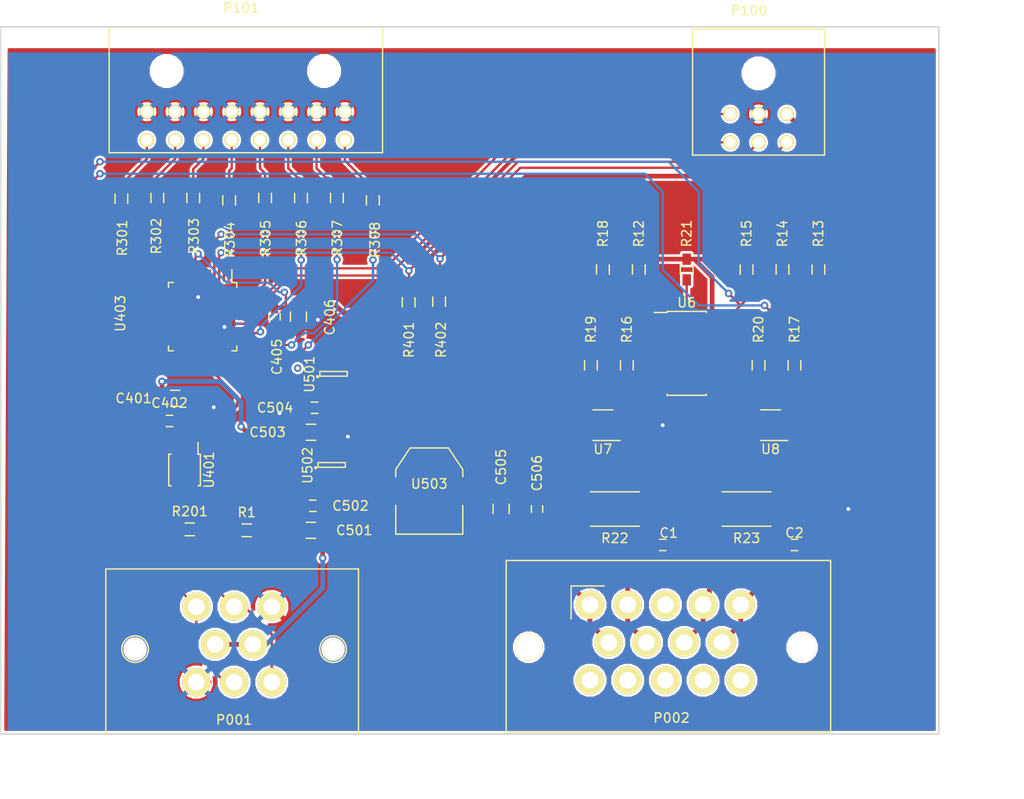
<source format=kicad_pcb>
(kicad_pcb (version 4) (host pcbnew 4.0.1-stable)
  (layers (0 F.Cu signal) (31 B.Cu signal hide) (34 B.Paste user) (35 F.Paste user) (36 B.SilkS user) (37 F.SilkS user) (38 B.Mask user) (39 F.Mask user) (44 Edge.Cuts user))
  (net 0 "")
  (net 1 "Net-(P002-Pad10)")
  (net 2 "Net-(P101-Pad10)")
  (net 3 "Net-(P101-Pad12)")
  (net 4 "Net-(P101-Pad14)")
  (net 5 "Net-(P101-Pad16)")
  (net 6 GND)
  (net 7 +3V3)
  (net 8 /BACK_PANEL/CANH)
  (net 9 /FRONT_PANEL/MCU_RESET_N)
  (net 10 /FRONT_PANEL/MCU_PROG_N)
  (net 11 /FRONT_PANEL/RXD)
  (net 12 /FRONT_PANEL/TXD)
  (net 13 /FRONT_PANEL/LED0)
  (net 14 /FRONT_PANEL/LED2)
  (net 15 /FRONT_PANEL/LED4)
  (net 16 /FRONT_PANEL/LED6)
  (net 17 /FRONT_PANEL/LED1)
  (net 18 /FRONT_PANEL/LED3)
  (net 19 /FRONT_PANEL/LED5)
  (net 20 /FRONT_PANEL/LED7)
  (net 21 /Micro_Controller/PIO0_1)
  (net 22 "Net-(U403-Pad6)")
  (net 23 "Net-(U403-Pad7)")
  (net 24 "Net-(U403-Pad10)")
  (net 25 /Micro_Controller/PIO2_1)
  (net 26 /Micro_Controller/PIO0_3)
  (net 27 /Micro_Controller/PIO1_9)
  (net 28 /Micro_Controller/PIO2_4)
  (net 29 "Net-(U403-Pad21)")
  (net 30 "Net-(U403-Pad22)")
  (net 31 "Net-(U403-Pad23)")
  (net 32 "Net-(U403-Pad24)")
  (net 33 "Net-(U403-Pad25)")
  (net 34 /Micro_Controller/PIO2_2)
  (net 35 "Net-(U403-Pad27)")
  (net 36 "Net-(U403-Pad28)")
  (net 37 "Net-(U403-Pad29)")
  (net 38 /Micro_Controller/PIO1_10)
  (net 39 "Net-(U403-Pad31)")
  (net 40 /Micro_Controller/PIO0_11)
  (net 41 /Micro_Controller/PIO1_0)
  (net 42 /Micro_Controller/PIO1_1)
  (net 43 /Micro_Controller/PIO1_2)
  (net 44 /Micro_Controller/PIO2_3)
  (net 45 /Micro_Controller/PIO1_4)
  (net 46 /Micro_Controller/PIO1_11)
  (net 47 /Micro_Controller/PIO1_5)
  (net 48 "Net-(U501-Pad4)")
  (net 49 "Net-(P101-Pad9)")
  (net 50 "Net-(P101-Pad11)")
  (net 51 "Net-(P101-Pad13)")
  (net 52 "Net-(P101-Pad15)")
  (net 53 +5V)
  (net 54 /BACK_PANEL/CANL)
  (net 55 /Micro_Controller/CAN_RXD)
  (net 56 /Micro_Controller/CAN_TXD)
  (net 57 /Micro_Controller/PIO3_2)
  (net 58 +12V)
  (net 59 "Net-(U502-Pad4)")
  (net 60 "Net-(R1-Pad1)")
  (net 61 "Net-(U401-Pad5)")
  (net 62 VCC)
  (net 63 "Net-(P002-Pad14)")
  (net 64 "Net-(P002-Pad13)")
  (net 65 "Net-(P002-Pad12)")
  (net 66 "Net-(P002-Pad11)")
  (net 67 /BACK_PANEL/CS_SENSE+)
  (net 68 /BACK_PANEL/LV_SENSE+)
  (net 69 /BACK_PANEL/LV_SENSE-)
  (net 70 /BACK_PANEL/CS_SENSE-)
  (net 71 "Net-(R12-Pad2)")
  (net 72 "Net-(R13-Pad2)")
  (net 73 "/I2C Multiplexer and Gas Gauges/SCL")
  (net 74 "/I2C Multiplexer and Gas Gauges/SDA")
  (net 75 "Net-(R16-Pad2)")
  (net 76 "Net-(R17-Pad2)")
  (net 77 "Net-(R18-Pad2)")
  (net 78 "Net-(R19-Pad2)")
  (net 79 "Net-(R20-Pad2)")
  (net 80 "Net-(R21-Pad2)")
  (net 81 "Net-(U7-Pad6)")
  (net 82 "Net-(U8-Pad6)")
  (net 83 "Net-(P002-Pad3)")
  (module Connectors_Molex:Connector_Microfit3_Header_02x03_Angled_43045-060x (layer F.Cu) (at 179.88 62.25 180)
    (fp_text reference P100 (at -2 11 180) (layer F.SilkS))
    (fp_text value ISP)
    (pad 1 thru_hole circle (at 0 0 180) (size 1.5 1.5) (drill 1.1) (layers *.Cu *.Mask F.SilkS) (net 12 /FRONT_PANEL/TXD))
    (pad 4 thru_hole circle (at 0 -3 180) (size 1.5 1.5) (drill 1.1) (layers *.Cu *.Mask F.SilkS) (net 11 /FRONT_PANEL/RXD))
    (pad 5 thru_hole circle (at -3 -3 180) (size 1.5 1.5) (drill 1.1) (layers *.Cu *.Mask F.SilkS) (net 9 /FRONT_PANEL/MCU_RESET_N))
    (pad 2 thru_hole circle (at -3 0 180) (size 1.5 1.5) (drill 1.1) (layers *.Cu *.Mask F.SilkS) (net 6 GND))
    (pad 6 thru_hole circle (at -6 -3 180) (size 1.5 1.5) (drill 1.1) (layers *.Cu *.Mask F.SilkS) (net 10 /FRONT_PANEL/MCU_PROG_N))
    (pad 3 thru_hole circle (at -6 0 180) (size 1.5 1.5) (drill 1.1) (layers *.Cu *.Mask F.SilkS) (net 53 +5V))
    (pad "" np_thru_hole circle (at -3 4.32 180) (size 3.1 3.1) (drill 3.1) (layers *.Cu *.Mask F.SilkS))
  )
  (module MITEVT_AUTOMOTIVECON:776280-1 (layer F.Cu) (at 123.25 122.5)
    (fp_text reference P001 (at 4 4) (layer F.SilkS))
    (fp_text value CANCONNECTOR)
    (pad 6 thru_hole circle (at 0 0) (size 3 3) (drill 1.75) (layers *.Cu *.Mask F.SilkS) (net 6 GND))
    (pad 1 thru_hole circle (at 0 -8) (size 3 3) (drill 1.75) (layers *.Cu *.Mask F.SilkS) (net 54 /BACK_PANEL/CANL))
    (pad 2 thru_hole circle (at 4 -8) (size 3 3) (drill 1.75) (layers *.Cu *.Mask F.SilkS) (net 8 /BACK_PANEL/CANH))
    (pad 3 thru_hole circle (at 8 -8) (size 3 3) (drill 1.75) (layers *.Cu *.Mask F.SilkS) (net 6 GND))
    (pad 7 thru_hole circle (at 4 0) (size 3 3) (drill 1.75) (layers *.Cu *.Mask F.SilkS) (net 54 /BACK_PANEL/CANL))
    (pad 8 thru_hole circle (at 8 0) (size 3 3) (drill 1.75) (layers *.Cu *.Mask F.SilkS) (net 8 /BACK_PANEL/CANH))
    (pad 5 thru_hole circle (at 6 -4) (size 3 3) (drill 1.75) (layers *.Cu *.Mask F.SilkS) (net 58 +12V))
    (pad 4 thru_hole circle (at 2 -4) (size 3 3) (drill 1.75) (layers *.Cu *.Mask F.SilkS) (net 58 +12V))
    (pad 9 thru_hole circle (at -6.5 -3.5) (size 2 2) (drill 2) (layers *.Cu *.Mask F.SilkS))
    (pad 10 thru_hole circle (at 14.5 -3.5) (size 2 2) (drill 2) (layers *.Cu *.Mask F.SilkS))
  )
  (module Connectors_Molex:Connector_Microfit3_Header_02x08_Angled_43045-160x (layer F.Cu) (at 118 62 180)
    (fp_text reference P101 (at -10 11 180) (layer F.SilkS))
    (fp_text value DEBUG_LED)
    (pad 9 thru_hole circle (at 0 -3 180) (size 1.5 1.5) (drill 1.1) (layers *.Cu *.Mask F.SilkS) (net 49 "Net-(P101-Pad9)"))
    (pad 1 thru_hole circle (at 0 0 180) (size 1.5 1.5) (drill 1.1) (layers *.Cu *.Mask F.SilkS) (net 6 GND))
    (pad 2 thru_hole circle (at -3 0 180) (size 1.5 1.5) (drill 1.1) (layers *.Cu *.Mask F.SilkS) (net 6 GND))
    (pad 10 thru_hole circle (at -3 -3 180) (size 1.5 1.5) (drill 1.1) (layers *.Cu *.Mask F.SilkS) (net 2 "Net-(P101-Pad10)"))
    (pad 11 thru_hole circle (at -6 -3 180) (size 1.5 1.5) (drill 1.1) (layers *.Cu *.Mask F.SilkS) (net 50 "Net-(P101-Pad11)"))
    (pad 3 thru_hole circle (at -6 0 180) (size 1.5 1.5) (drill 1.1) (layers *.Cu *.Mask F.SilkS) (net 6 GND))
    (pad 4 thru_hole circle (at -9 0 180) (size 1.5 1.5) (drill 1.1) (layers *.Cu *.Mask F.SilkS) (net 6 GND))
    (pad 12 thru_hole circle (at -9 -3 180) (size 1.5 1.5) (drill 1.1) (layers *.Cu *.Mask F.SilkS) (net 3 "Net-(P101-Pad12)"))
    (pad "" np_thru_hole circle (at -2.1 4.32 180) (size 3.1 3.1) (drill 3.1) (layers *.Cu *.Mask F.SilkS))
    (pad 13 thru_hole circle (at -12 -3 180) (size 1.5 1.5) (drill 1.1) (layers *.Cu *.Mask F.SilkS) (net 51 "Net-(P101-Pad13)"))
    (pad 5 thru_hole circle (at -12 0 180) (size 1.5 1.5) (drill 1.1) (layers *.Cu *.Mask F.SilkS) (net 6 GND))
    (pad 6 thru_hole circle (at -15 0 180) (size 1.5 1.5) (drill 1.1) (layers *.Cu *.Mask F.SilkS) (net 6 GND))
    (pad 14 thru_hole circle (at -15 -3 180) (size 1.5 1.5) (drill 1.1) (layers *.Cu *.Mask F.SilkS) (net 4 "Net-(P101-Pad14)"))
    (pad 15 thru_hole circle (at -18 -3 180) (size 1.5 1.5) (drill 1.1) (layers *.Cu *.Mask F.SilkS) (net 52 "Net-(P101-Pad15)"))
    (pad 7 thru_hole circle (at -18 0 180) (size 1.5 1.5) (drill 1.1) (layers *.Cu *.Mask F.SilkS) (net 6 GND))
    (pad 16 thru_hole circle (at -21 -3 180) (size 1.5 1.5) (drill 1.1) (layers *.Cu *.Mask F.SilkS) (net 5 "Net-(P101-Pad16)"))
    (pad 8 thru_hole circle (at -21 0 180) (size 1.5 1.5) (drill 1.1) (layers *.Cu *.Mask F.SilkS) (net 6 GND))
    (pad "" np_thru_hole circle (at -18.8 4.32 180) (size 3.1 3.1) (drill 3.1) (layers *.Cu *.Mask F.SilkS))
  )
  (module Capacitors_SMD:C_0805_HandSoldering (layer F.Cu) (at 121 92.4)
    (fp_text reference C401 (at -4.4 0) (layer F.SilkS))
    (fp_text value 10uF)
    (pad 1 smd rect (at -1.25 0) (size 1.5 1.25) (layers F.Cu F.Paste F.Mask) (net 53 +5V))
    (pad 2 smd rect (at 1.25 0) (size 1.5 1.25) (layers F.Cu F.Paste F.Mask) (net 6 GND))
  )
  (module Capacitors_SMD:C_0603_HandSoldering (layer F.Cu) (at 131.54 83.74 270)
    (fp_text reference C405 (at 4.26 -0.26 270) (layer F.SilkS))
    (fp_text value 0.1uF)
    (pad 1 smd rect (at -0.95 0 270) (size 1.2 0.75) (layers F.Cu F.Paste F.Mask) (net 7 +3V3))
    (pad 2 smd rect (at 0.95 0 270) (size 1.2 0.75) (layers F.Cu F.Paste F.Mask) (net 6 GND))
  )
  (module Capacitors_SMD:C_0805_HandSoldering (layer F.Cu) (at 134.08 83.74 270)
    (fp_text reference C406 (at 0.06 -3.32 270) (layer F.SilkS))
    (fp_text value 10uF)
    (pad 1 smd rect (at -1.25 0 270) (size 1.5 1.25) (layers F.Cu F.Paste F.Mask) (net 7 +3V3))
    (pad 2 smd rect (at 1.25 0 270) (size 1.5 1.25) (layers F.Cu F.Paste F.Mask) (net 6 GND))
  )
  (module Resistors_SMD:R_0603_HandSoldering (layer F.Cu) (at 122.555 106.299)
    (fp_text reference R201 (at 0 -1.9) (layer F.SilkS))
    (fp_text value R)
    (pad 1 smd rect (at -1.1 0) (size 1.2 0.9) (layers F.Cu F.Paste F.Mask) (net 54 /BACK_PANEL/CANL))
    (pad 2 smd rect (at 1.1 0) (size 1.2 0.9) (layers F.Cu F.Paste F.Mask) (net 8 /BACK_PANEL/CANH))
  )
  (module Resistors_SMD:R_0603_HandSoldering (layer F.Cu) (at 115.3 71.23 90)
    (fp_text reference R301 (at -4.17 0.1 90) (layer F.SilkS))
    (fp_text value 100)
    (pad 1 smd rect (at -1.1 0 90) (size 1.2 0.9) (layers F.Cu F.Paste F.Mask) (net 13 /FRONT_PANEL/LED0))
    (pad 2 smd rect (at 1.1 0 90) (size 1.2 0.9) (layers F.Cu F.Paste F.Mask) (net 49 "Net-(P101-Pad9)"))
  )
  (module Resistors_SMD:R_0603_HandSoldering (layer F.Cu) (at 119.11 71.15 270)
    (fp_text reference R302 (at 4.05 0.11 270) (layer F.SilkS))
    (fp_text value 100)
    (pad 1 smd rect (at -1.1 0 270) (size 1.2 0.9) (layers F.Cu F.Paste F.Mask) (net 2 "Net-(P101-Pad10)"))
    (pad 2 smd rect (at 1.1 0 270) (size 1.2 0.9) (layers F.Cu F.Paste F.Mask) (net 17 /FRONT_PANEL/LED1))
  )
  (module Resistors_SMD:R_0603_HandSoldering (layer F.Cu) (at 122.92 71.15 270)
    (fp_text reference R303 (at 4.05 -0.08 270) (layer F.SilkS))
    (fp_text value 100)
    (pad 1 smd rect (at -1.1 0 270) (size 1.2 0.9) (layers F.Cu F.Paste F.Mask) (net 50 "Net-(P101-Pad11)"))
    (pad 2 smd rect (at 1.1 0 270) (size 1.2 0.9) (layers F.Cu F.Paste F.Mask) (net 14 /FRONT_PANEL/LED2))
  )
  (module Resistors_SMD:R_0603_HandSoldering (layer F.Cu) (at 126.73 71.4 90)
    (fp_text reference R304 (at -4.2 0.07 90) (layer F.SilkS))
    (fp_text value 100)
    (pad 1 smd rect (at -1.1 0 90) (size 1.2 0.9) (layers F.Cu F.Paste F.Mask) (net 18 /FRONT_PANEL/LED3))
    (pad 2 smd rect (at 1.1 0 90) (size 1.2 0.9) (layers F.Cu F.Paste F.Mask) (net 3 "Net-(P101-Pad12)"))
  )
  (module Resistors_SMD:R_0603_HandSoldering (layer F.Cu) (at 130.54 71.15 270)
    (fp_text reference R305 (at 4.25 -0.06 270) (layer F.SilkS))
    (fp_text value 100)
    (pad 1 smd rect (at -1.1 0 270) (size 1.2 0.9) (layers F.Cu F.Paste F.Mask) (net 51 "Net-(P101-Pad13)"))
    (pad 2 smd rect (at 1.1 0 270) (size 1.2 0.9) (layers F.Cu F.Paste F.Mask) (net 15 /FRONT_PANEL/LED4))
  )
  (module Resistors_SMD:R_0603_HandSoldering (layer F.Cu) (at 134.35 71.15 90)
    (fp_text reference R306 (at -4.25 0.05 90) (layer F.SilkS))
    (fp_text value 100)
    (pad 1 smd rect (at -1.1 0 90) (size 1.2 0.9) (layers F.Cu F.Paste F.Mask) (net 19 /FRONT_PANEL/LED5))
    (pad 2 smd rect (at 1.1 0 90) (size 1.2 0.9) (layers F.Cu F.Paste F.Mask) (net 4 "Net-(P101-Pad14)"))
  )
  (module Resistors_SMD:R_0603_HandSoldering (layer F.Cu) (at 138.16 71.15 270)
    (fp_text reference R307 (at 4.25 -0.04 270) (layer F.SilkS))
    (fp_text value 100)
    (pad 1 smd rect (at -1.1 0 270) (size 1.2 0.9) (layers F.Cu F.Paste F.Mask) (net 52 "Net-(P101-Pad15)"))
    (pad 2 smd rect (at 1.1 0 270) (size 1.2 0.9) (layers F.Cu F.Paste F.Mask) (net 16 /FRONT_PANEL/LED6))
  )
  (module Resistors_SMD:R_0603_HandSoldering (layer F.Cu) (at 141.97 71.4 90)
    (fp_text reference R308 (at -4.2 0.23 90) (layer F.SilkS))
    (fp_text value 100)
    (pad 1 smd rect (at -1.1 0 90) (size 1.2 0.9) (layers F.Cu F.Paste F.Mask) (net 20 /FRONT_PANEL/LED7))
    (pad 2 smd rect (at 1.1 0 90) (size 1.2 0.9) (layers F.Cu F.Paste F.Mask) (net 5 "Net-(P101-Pad16)"))
  )
  (module Resistors_SMD:R_0603_HandSoldering (layer F.Cu) (at 145.764 82.216 90)
    (fp_text reference R401 (at -3.984 0.036 90) (layer F.SilkS))
    (fp_text value 10k)
    (pad 1 smd rect (at -1.1 0 90) (size 1.2 0.9) (layers F.Cu F.Paste F.Mask) (net 7 +3V3))
    (pad 2 smd rect (at 1.1 0 90) (size 1.2 0.9) (layers F.Cu F.Paste F.Mask) (net 9 /FRONT_PANEL/MCU_RESET_N))
  )
  (module Resistors_SMD:R_0603_HandSoldering (layer F.Cu) (at 149.0025 82.1525 90)
    (fp_text reference R402 (at -4.0475 0.1975 90) (layer F.SilkS))
    (fp_text value 10k)
    (pad 1 smd rect (at -1.1 0 90) (size 1.2 0.9) (layers F.Cu F.Paste F.Mask) (net 7 +3V3))
    (pad 2 smd rect (at 1.1 0 90) (size 1.2 0.9) (layers F.Cu F.Paste F.Mask) (net 10 /FRONT_PANEL/MCU_PROG_N))
  )
  (module Housings_SSOP:MSOP-8_3x3mm_Pitch0.65mm (layer F.Cu) (at 122 100 270)
    (fp_text reference U401 (at 0 -2.6 270) (layer F.SilkS))
    (fp_text value MCP2551-I/SN)
    (pad 1 smd rect (at -2.2 -0.975 270) (size 1.45 0.45) (layers F.Cu F.Paste F.Mask) (net 56 /Micro_Controller/CAN_TXD))
    (pad 2 smd rect (at -2.2 -0.325 270) (size 1.45 0.45) (layers F.Cu F.Paste F.Mask) (net 6 GND))
    (pad 3 smd rect (at -2.2 0.325 270) (size 1.45 0.45) (layers F.Cu F.Paste F.Mask) (net 53 +5V))
    (pad 4 smd rect (at -2.2 0.975 270) (size 1.45 0.45) (layers F.Cu F.Paste F.Mask) (net 55 /Micro_Controller/CAN_RXD))
    (pad 5 smd rect (at 2.2 0.975 270) (size 1.45 0.45) (layers F.Cu F.Paste F.Mask) (net 61 "Net-(U401-Pad5)"))
    (pad 6 smd rect (at 2.2 0.325 270) (size 1.45 0.45) (layers F.Cu F.Paste F.Mask) (net 54 /BACK_PANEL/CANL))
    (pad 7 smd rect (at 2.2 -0.325 270) (size 1.45 0.45) (layers F.Cu F.Paste F.Mask) (net 8 /BACK_PANEL/CANH))
    (pad 8 smd rect (at 2.2 -0.975 270) (size 1.45 0.45) (layers F.Cu F.Paste F.Mask) (net 60 "Net-(R1-Pad1)"))
  )
  (module Housings_QFP:LQFP-48_7x7mm_Pitch0.5mm (layer F.Cu) (at 123.92 83.74 270)
    (fp_text reference U403 (at -0.34 8.72 270) (layer F.SilkS))
    (fp_text value LPC11C14)
    (pad 1 smd rect (at -4.35 -2.75 270) (size 1.3 0.25) (layers F.Cu F.Paste F.Mask) (net 18 /FRONT_PANEL/LED3))
    (pad 2 smd rect (at -4.35 -2.25 270) (size 1.3 0.25) (layers F.Cu F.Paste F.Mask) (net 21 /Micro_Controller/PIO0_1))
    (pad 3 smd rect (at -4.35 -1.75 270) (size 1.3 0.25) (layers F.Cu F.Paste F.Mask) (net 9 /FRONT_PANEL/MCU_RESET_N))
    (pad 4 smd rect (at -4.35 -1.25 270) (size 1.3 0.25) (layers F.Cu F.Paste F.Mask) (net 10 /FRONT_PANEL/MCU_PROG_N))
    (pad 5 smd rect (at -4.35 -0.75 270) (size 1.3 0.25) (layers F.Cu F.Paste F.Mask) (net 6 GND))
    (pad 6 smd rect (at -4.35 -0.25 270) (size 1.3 0.25) (layers F.Cu F.Paste F.Mask) (net 22 "Net-(U403-Pad6)"))
    (pad 7 smd rect (at -4.35 0.25 270) (size 1.3 0.25) (layers F.Cu F.Paste F.Mask) (net 23 "Net-(U403-Pad7)"))
    (pad 8 smd rect (at -4.35 0.75 270) (size 1.3 0.25) (layers F.Cu F.Paste F.Mask) (net 7 +3V3))
    (pad 9 smd rect (at -4.35 1.25 270) (size 1.3 0.25) (layers F.Cu F.Paste F.Mask) (net 14 /FRONT_PANEL/LED2))
    (pad 10 smd rect (at -4.35 1.75 270) (size 1.3 0.25) (layers F.Cu F.Paste F.Mask) (net 24 "Net-(U403-Pad10)"))
    (pad 11 smd rect (at -4.35 2.25 270) (size 1.3 0.25) (layers F.Cu F.Paste F.Mask) (net 17 /FRONT_PANEL/LED1))
    (pad 12 smd rect (at -4.35 2.75 270) (size 1.3 0.25) (layers F.Cu F.Paste F.Mask) (net 13 /FRONT_PANEL/LED0))
    (pad 13 smd rect (at -2.75 4.35) (size 1.3 0.25) (layers F.Cu F.Paste F.Mask) (net 25 /Micro_Controller/PIO2_1))
    (pad 14 smd rect (at -2.25 4.35) (size 1.3 0.25) (layers F.Cu F.Paste F.Mask) (net 26 /Micro_Controller/PIO0_3))
    (pad 15 smd rect (at -1.75 4.35) (size 1.3 0.25) (layers F.Cu F.Paste F.Mask) (net 73 "/I2C Multiplexer and Gas Gauges/SCL"))
    (pad 16 smd rect (at -1.25 4.35) (size 1.3 0.25) (layers F.Cu F.Paste F.Mask) (net 74 "/I2C Multiplexer and Gas Gauges/SDA"))
    (pad 17 smd rect (at -0.75 4.35) (size 1.3 0.25) (layers F.Cu F.Paste F.Mask) (net 27 /Micro_Controller/PIO1_9))
    (pad 18 smd rect (at -0.25 4.35) (size 1.3 0.25) (layers F.Cu F.Paste F.Mask) (net 28 /Micro_Controller/PIO2_4))
    (pad 19 smd rect (at 0.25 4.35) (size 1.3 0.25) (layers F.Cu F.Paste F.Mask) (net 55 /Micro_Controller/CAN_RXD))
    (pad 20 smd rect (at 0.75 4.35) (size 1.3 0.25) (layers F.Cu F.Paste F.Mask) (net 56 /Micro_Controller/CAN_TXD))
    (pad 21 smd rect (at 1.25 4.35) (size 1.3 0.25) (layers F.Cu F.Paste F.Mask) (net 29 "Net-(U403-Pad21)"))
    (pad 22 smd rect (at 1.75 4.35) (size 1.3 0.25) (layers F.Cu F.Paste F.Mask) (net 30 "Net-(U403-Pad22)"))
    (pad 23 smd rect (at 2.25 4.35) (size 1.3 0.25) (layers F.Cu F.Paste F.Mask) (net 31 "Net-(U403-Pad23)"))
    (pad 24 smd rect (at 2.75 4.35) (size 1.3 0.25) (layers F.Cu F.Paste F.Mask) (net 32 "Net-(U403-Pad24)"))
    (pad 25 smd rect (at 4.35 2.75 270) (size 1.3 0.25) (layers F.Cu F.Paste F.Mask) (net 33 "Net-(U403-Pad25)"))
    (pad 26 smd rect (at 4.35 2.25 270) (size 1.3 0.25) (layers F.Cu F.Paste F.Mask) (net 34 /Micro_Controller/PIO2_2))
    (pad 27 smd rect (at 4.35 1.75 270) (size 1.3 0.25) (layers F.Cu F.Paste F.Mask) (net 35 "Net-(U403-Pad27)"))
    (pad 28 smd rect (at 4.35 1.25 270) (size 1.3 0.25) (layers F.Cu F.Paste F.Mask) (net 36 "Net-(U403-Pad28)"))
    (pad 29 smd rect (at 4.35 0.75 270) (size 1.3 0.25) (layers F.Cu F.Paste F.Mask) (net 37 "Net-(U403-Pad29)"))
    (pad 30 smd rect (at 4.35 0.25 270) (size 1.3 0.25) (layers F.Cu F.Paste F.Mask) (net 38 /Micro_Controller/PIO1_10))
    (pad 31 smd rect (at 4.35 -0.25 270) (size 1.3 0.25) (layers F.Cu F.Paste F.Mask) (net 39 "Net-(U403-Pad31)"))
    (pad 32 smd rect (at 4.35 -0.75 270) (size 1.3 0.25) (layers F.Cu F.Paste F.Mask) (net 40 /Micro_Controller/PIO0_11))
    (pad 33 smd rect (at 4.35 -1.25 270) (size 1.3 0.25) (layers F.Cu F.Paste F.Mask) (net 41 /Micro_Controller/PIO1_0))
    (pad 34 smd rect (at 4.35 -1.75 270) (size 1.3 0.25) (layers F.Cu F.Paste F.Mask) (net 42 /Micro_Controller/PIO1_1))
    (pad 35 smd rect (at 4.35 -2.25 270) (size 1.3 0.25) (layers F.Cu F.Paste F.Mask) (net 43 /Micro_Controller/PIO1_2))
    (pad 36 smd rect (at 4.35 -2.75 270) (size 1.3 0.25) (layers F.Cu F.Paste F.Mask) (net 20 /FRONT_PANEL/LED7))
    (pad 37 smd rect (at 2.75 -4.35) (size 1.3 0.25) (layers F.Cu F.Paste F.Mask) (net 16 /FRONT_PANEL/LED6))
    (pad 38 smd rect (at 2.25 -4.35) (size 1.3 0.25) (layers F.Cu F.Paste F.Mask) (net 44 /Micro_Controller/PIO2_3))
    (pad 39 smd rect (at 1.75 -4.35) (size 1.3 0.25) (layers F.Cu F.Paste F.Mask) (net 19 /FRONT_PANEL/LED5))
    (pad 40 smd rect (at 1.25 -4.35) (size 1.3 0.25) (layers F.Cu F.Paste F.Mask) (net 45 /Micro_Controller/PIO1_4))
    (pad 41 smd rect (at 0.75 -4.35) (size 1.3 0.25) (layers F.Cu F.Paste F.Mask) (net 6 GND))
    (pad 42 smd rect (at 0.25 -4.35) (size 1.3 0.25) (layers F.Cu F.Paste F.Mask) (net 46 /Micro_Controller/PIO1_11))
    (pad 43 smd rect (at -0.25 -4.35) (size 1.3 0.25) (layers F.Cu F.Paste F.Mask) (net 57 /Micro_Controller/PIO3_2))
    (pad 44 smd rect (at -0.75 -4.35) (size 1.3 0.25) (layers F.Cu F.Paste F.Mask) (net 7 +3V3))
    (pad 45 smd rect (at -1.25 -4.35) (size 1.3 0.25) (layers F.Cu F.Paste F.Mask) (net 47 /Micro_Controller/PIO1_5))
    (pad 46 smd rect (at -1.75 -4.35) (size 1.3 0.25) (layers F.Cu F.Paste F.Mask) (net 11 /FRONT_PANEL/RXD))
    (pad 47 smd rect (at -2.25 -4.35) (size 1.3 0.25) (layers F.Cu F.Paste F.Mask) (net 12 /FRONT_PANEL/TXD))
    (pad 48 smd rect (at -2.75 -4.35) (size 1.3 0.25) (layers F.Cu F.Paste F.Mask) (net 15 /FRONT_PANEL/LED4))
  )
  (module Housings_SOT-23_SOT-143_TSOT-6:SOT-23-5 (layer F.Cu) (at 137.8 89.8 90)
    (fp_text reference U501 (at -0.05 -2.55 90) (layer F.SilkS))
    (fp_text value MCP1755-33)
    (pad 1 smd rect (at -1.1 -0.95 90) (size 1.06 0.65) (layers F.Cu F.Paste F.Mask) (net 53 +5V))
    (pad 2 smd rect (at -1.1 0 90) (size 1.06 0.65) (layers F.Cu F.Paste F.Mask) (net 6 GND))
    (pad 3 smd rect (at -1.1 0.95 90) (size 1.06 0.65) (layers F.Cu F.Paste F.Mask) (net 53 +5V))
    (pad 4 smd rect (at 1.1 0.95 90) (size 1.06 0.65) (layers F.Cu F.Paste F.Mask) (net 48 "Net-(U501-Pad4)"))
    (pad 5 smd rect (at 1.1 -0.95 90) (size 1.06 0.65) (layers F.Cu F.Paste F.Mask) (net 7 +3V3))
  )
  (module Housings_SOT-23_SOT-143_TSOT-6:SOT-23-5 (layer F.Cu) (at 137.602 99.465 90)
    (fp_text reference U502 (at -0.05 -2.55 90) (layer F.SilkS))
    (fp_text value MCP1755-5)
    (pad 1 smd rect (at -1.1 -0.95 90) (size 1.06 0.65) (layers F.Cu F.Paste F.Mask) (net 58 +12V))
    (pad 2 smd rect (at -1.1 0 90) (size 1.06 0.65) (layers F.Cu F.Paste F.Mask) (net 6 GND))
    (pad 3 smd rect (at -1.1 0.95 90) (size 1.06 0.65) (layers F.Cu F.Paste F.Mask) (net 58 +12V))
    (pad 4 smd rect (at 1.1 0.95 90) (size 1.06 0.65) (layers F.Cu F.Paste F.Mask) (net 59 "Net-(U502-Pad4)"))
    (pad 5 smd rect (at 1.1 -0.95 90) (size 1.06 0.65) (layers F.Cu F.Paste F.Mask) (net 53 +5V))
  )
  (module Resistors_SMD:R_0603_HandSoldering (layer F.Cu) (at 128.6 106.4)
    (fp_text reference R1 (at 0 -1.9) (layer F.SilkS))
    (fp_text value 20k)
    (pad 1 smd rect (at -1.1 0) (size 1.2 0.9) (layers F.Cu F.Paste F.Mask) (net 60 "Net-(R1-Pad1)"))
    (pad 2 smd rect (at 1.1 0) (size 1.2 0.9) (layers F.Cu F.Paste F.Mask) (net 6 GND))
  )
  (module Capacitors_SMD:C_0805_HandSoldering (layer F.Cu) (at 135.4 106.4)
    (fp_text reference C501 (at 4.6 0) (layer F.SilkS))
    (fp_text value 10μ)
    (pad 1 smd rect (at -1.25 0) (size 1.5 1.25) (layers F.Cu F.Paste F.Mask) (net 6 GND))
    (pad 2 smd rect (at 1.25 0) (size 1.5 1.25) (layers F.Cu F.Paste F.Mask) (net 58 +12V))
  )
  (module Capacitors_SMD:C_0603_HandSoldering (layer F.Cu) (at 135.6 103.8 180)
    (fp_text reference C502 (at -4 0 180) (layer F.SilkS))
    (fp_text value .1μ)
    (pad 1 smd rect (at -0.95 0 180) (size 1.2 0.75) (layers F.Cu F.Paste F.Mask) (net 58 +12V))
    (pad 2 smd rect (at 0.95 0 180) (size 1.2 0.75) (layers F.Cu F.Paste F.Mask) (net 6 GND))
  )
  (module Capacitors_SMD:C_0805_HandSoldering (layer F.Cu) (at 135.4 96 180)
    (fp_text reference C503 (at 4.6 0 180) (layer F.SilkS))
    (fp_text value 10μ)
    (pad 1 smd rect (at -1.25 0 180) (size 1.5 1.25) (layers F.Cu F.Paste F.Mask) (net 53 +5V))
    (pad 2 smd rect (at 1.25 0 180) (size 1.5 1.25) (layers F.Cu F.Paste F.Mask) (net 6 GND))
  )
  (module Capacitors_SMD:C_0603_HandSoldering (layer F.Cu) (at 135.8 93.4 180)
    (fp_text reference C504 (at 4.2 0 180) (layer F.SilkS))
    (fp_text value .1μ)
    (pad 1 smd rect (at -0.95 0 180) (size 1.2 0.75) (layers F.Cu F.Paste F.Mask) (net 53 +5V))
    (pad 2 smd rect (at 0.95 0 180) (size 1.2 0.75) (layers F.Cu F.Paste F.Mask) (net 6 GND))
  )
  (module TO_SOT_Packages_SMD:SOT-223 (layer F.Cu) (at 147.955 102.235)
    (fp_text reference U503 (at 0 -0.762 180) (layer F.SilkS))
    (fp_text value Zsr1000gta)
    (pad 4 smd rect (at 0 -3.302) (size 3.6576 2.032) (layers F.Cu F.Paste F.Mask) (net 6 GND))
    (pad 2 smd rect (at 0 3.302) (size 1.016 2.032) (layers F.Cu F.Paste F.Mask) (net 6 GND))
    (pad 3 smd rect (at 2.286 3.302) (size 1.016 2.032) (layers F.Cu F.Paste F.Mask) (net 62 VCC))
    (pad 1 smd rect (at -2.286 3.302) (size 1.016 2.032) (layers F.Cu F.Paste F.Mask) (net 58 +12V))
  )
  (module Capacitors_SMD:C_0805_HandSoldering (layer F.Cu) (at 155.575 104.14 270)
    (fp_text reference C505 (at -4.445 0 270) (layer F.SilkS))
    (fp_text value 10μ)
    (pad 1 smd rect (at -1.25 0 270) (size 1.5 1.25) (layers F.Cu F.Paste F.Mask) (net 6 GND))
    (pad 2 smd rect (at 1.25 0 270) (size 1.5 1.25) (layers F.Cu F.Paste F.Mask) (net 62 VCC))
  )
  (module Capacitors_SMD:C_0603_HandSoldering (layer F.Cu) (at 159.385 104.14 270)
    (fp_text reference C506 (at -3.81 0 270) (layer F.SilkS))
    (fp_text value .1μ)
    (pad 1 smd rect (at -0.95 0 270) (size 1.2 0.75) (layers F.Cu F.Paste F.Mask) (net 6 GND))
    (pad 2 smd rect (at 0.95 0 270) (size 1.2 0.75) (layers F.Cu F.Paste F.Mask) (net 62 VCC))
  )
  (module MITEVT_AUTOMOTIVECON:776267-1 (layer F.Cu) (at 165 114.3)
    (fp_text reference P002 (at 8.65 12) (layer F.SilkS))
    (fp_text value CONN_01X14)
    (pad 16 thru_hole circle (at 22.5 4.5) (size 2.85 2.85) (drill 2.85) (layers *.Cu *.Mask F.SilkS))
    (pad 14 thru_hole circle (at 16 8) (size 3 3) (drill 1.75) (layers *.Cu *.Mask F.SilkS) (net 63 "Net-(P002-Pad14)"))
    (pad 13 thru_hole circle (at 12 8) (size 3 3) (drill 1.75) (layers *.Cu *.Mask F.SilkS) (net 64 "Net-(P002-Pad13)"))
    (pad 12 thru_hole circle (at 8 8) (size 3 3) (drill 1.75) (layers *.Cu *.Mask F.SilkS) (net 65 "Net-(P002-Pad12)"))
    (pad 11 thru_hole circle (at 4 8) (size 3 3) (drill 1.75) (layers *.Cu *.Mask F.SilkS) (net 66 "Net-(P002-Pad11)"))
    (pad 10 thru_hole circle (at 0 8) (size 3 3) (drill 1.75) (layers *.Cu *.Mask F.SilkS) (net 1 "Net-(P002-Pad10)"))
    (pad 9 thru_hole circle (at 14 4) (size 3 3) (drill 1.75) (layers *.Cu *.Mask F.SilkS) (net 68 /BACK_PANEL/LV_SENSE+))
    (pad 8 thru_hole circle (at 10 4) (size 3 3) (drill 1.75) (layers *.Cu *.Mask F.SilkS) (net 69 /BACK_PANEL/LV_SENSE-))
    (pad 7 thru_hole circle (at 6 4) (size 3 3) (drill 1.75) (layers *.Cu *.Mask F.SilkS) (net 67 /BACK_PANEL/CS_SENSE+))
    (pad 2 thru_hole circle (at 4 0) (size 3 3) (drill 1.75) (layers *.Cu *.Mask F.SilkS) (net 67 /BACK_PANEL/CS_SENSE+))
    (pad 5 thru_hole circle (at 16 0) (size 3 3) (drill 1.75) (layers *.Cu *.Mask F.SilkS) (net 68 /BACK_PANEL/LV_SENSE+))
    (pad 4 thru_hole circle (at 12 0) (size 3 3) (drill 1.75) (layers *.Cu *.Mask F.SilkS) (net 69 /BACK_PANEL/LV_SENSE-))
    (pad 3 thru_hole circle (at 8 0) (size 3 3) (drill 1.75) (layers *.Cu *.Mask F.SilkS) (net 83 "Net-(P002-Pad3)"))
    (pad 1 thru_hole circle (at 0 0) (size 3 3) (drill 1.75) (layers *.Cu *.Mask F.SilkS) (net 70 /BACK_PANEL/CS_SENSE-))
    (pad 6 thru_hole circle (at 2 4) (size 3 3) (drill 1.75) (layers *.Cu *.Mask F.SilkS) (net 70 /BACK_PANEL/CS_SENSE-))
    (pad 15 thru_hole circle (at -6.5 4.5) (size 2.85 2.85) (drill 2.85) (layers *.Cu *.Mask F.SilkS))
  )
  (module Capacitors_SMD:C_0603_HandSoldering (layer F.Cu) (at 120.4 94.8)
    (fp_text reference C402 (at 0 -1.9) (layer F.SilkS))
    (fp_text value 0.1uF)
    (pad 1 smd rect (at -0.95 0) (size 1.2 0.75) (layers F.Cu F.Paste F.Mask) (net 53 +5V))
    (pad 2 smd rect (at 0.95 0) (size 1.2 0.75) (layers F.Cu F.Paste F.Mask) (net 6 GND))
  )
  (module Capacitors_SMD:C_0603_HandSoldering (layer F.Cu) (at 172.72 107.95)
    (fp_text reference C1 (at 0.635 -1.27) (layer F.SilkS))
    (fp_text value 1uF)
    (pad 1 smd rect (at -0.95 0) (size 1.2 0.75) (layers F.Cu F.Paste F.Mask) (net 67 /BACK_PANEL/CS_SENSE+))
    (pad 2 smd rect (at 0.95 0) (size 1.2 0.75) (layers F.Cu F.Paste F.Mask) (net 6 GND))
  )
  (module Capacitors_SMD:C_0603_HandSoldering (layer F.Cu) (at 186.69 107.95)
    (fp_text reference C2 (at 0 -1.27) (layer F.SilkS))
    (fp_text value 1uF)
    (pad 1 smd rect (at -0.95 0) (size 1.2 0.75) (layers F.Cu F.Paste F.Mask) (net 68 /BACK_PANEL/LV_SENSE+))
    (pad 2 smd rect (at 0.95 0) (size 1.2 0.75) (layers F.Cu F.Paste F.Mask) (net 6 GND))
  )
  (module Resistors_SMD:R_0603_HandSoldering (layer F.Cu) (at 170.18 78.74 270)
    (fp_text reference R12 (at -3.81 0 270) (layer F.SilkS))
    (fp_text value 10k)
    (pad 1 smd rect (at -1.1 0 270) (size 1.2 0.9) (layers F.Cu F.Paste F.Mask) (net 53 +5V))
    (pad 2 smd rect (at 1.1 0 270) (size 1.2 0.9) (layers F.Cu F.Paste F.Mask) (net 71 "Net-(R12-Pad2)"))
  )
  (module Resistors_SMD:R_0603_HandSoldering (layer F.Cu) (at 189.23 78.74 270)
    (fp_text reference R13 (at -3.81 0 270) (layer F.SilkS))
    (fp_text value 10k)
    (pad 1 smd rect (at -1.1 0 270) (size 1.2 0.9) (layers F.Cu F.Paste F.Mask) (net 53 +5V))
    (pad 2 smd rect (at 1.1 0 270) (size 1.2 0.9) (layers F.Cu F.Paste F.Mask) (net 72 "Net-(R13-Pad2)"))
  )
  (module Resistors_SMD:R_0603_HandSoldering (layer F.Cu) (at 185.42 78.74 270)
    (fp_text reference R14 (at -3.81 0 270) (layer F.SilkS))
    (fp_text value 10k)
    (pad 1 smd rect (at -1.1 0 270) (size 1.2 0.9) (layers F.Cu F.Paste F.Mask) (net 53 +5V))
    (pad 2 smd rect (at 1.1 0 270) (size 1.2 0.9) (layers F.Cu F.Paste F.Mask) (net 73 "/I2C Multiplexer and Gas Gauges/SCL"))
  )
  (module Resistors_SMD:R_0603_HandSoldering (layer F.Cu) (at 181.61 78.74 270)
    (fp_text reference R15 (at -3.81 0 270) (layer F.SilkS))
    (fp_text value 10k)
    (pad 1 smd rect (at -1.1 0 270) (size 1.2 0.9) (layers F.Cu F.Paste F.Mask) (net 53 +5V))
    (pad 2 smd rect (at 1.1 0 270) (size 1.2 0.9) (layers F.Cu F.Paste F.Mask) (net 74 "/I2C Multiplexer and Gas Gauges/SDA"))
  )
  (module Resistors_SMD:R_0603_HandSoldering (layer F.Cu) (at 168.91 88.9 270)
    (fp_text reference R16 (at -3.81 0 270) (layer F.SilkS))
    (fp_text value 10k)
    (pad 1 smd rect (at -1.1 0 270) (size 1.2 0.9) (layers F.Cu F.Paste F.Mask) (net 53 +5V))
    (pad 2 smd rect (at 1.1 0 270) (size 1.2 0.9) (layers F.Cu F.Paste F.Mask) (net 75 "Net-(R16-Pad2)"))
  )
  (module Resistors_SMD:R_0603_HandSoldering (layer F.Cu) (at 186.69 88.9 270)
    (fp_text reference R17 (at -3.81 0 270) (layer F.SilkS))
    (fp_text value 10k)
    (pad 1 smd rect (at -1.1 0 270) (size 1.2 0.9) (layers F.Cu F.Paste F.Mask) (net 53 +5V))
    (pad 2 smd rect (at 1.1 0 270) (size 1.2 0.9) (layers F.Cu F.Paste F.Mask) (net 76 "Net-(R17-Pad2)"))
  )
  (module Resistors_SMD:R_0603_HandSoldering (layer F.Cu) (at 166.37 78.74 270)
    (fp_text reference R18 (at -3.81 0 270) (layer F.SilkS))
    (fp_text value 10k)
    (pad 1 smd rect (at -1.1 0 270) (size 1.2 0.9) (layers F.Cu F.Paste F.Mask) (net 53 +5V))
    (pad 2 smd rect (at 1.1 0 270) (size 1.2 0.9) (layers F.Cu F.Paste F.Mask) (net 77 "Net-(R18-Pad2)"))
  )
  (module Resistors_SMD:R_0603_HandSoldering (layer F.Cu) (at 165.1 88.9 270)
    (fp_text reference R19 (at -3.81 0 270) (layer F.SilkS))
    (fp_text value 10k)
    (pad 1 smd rect (at -1.1 0 270) (size 1.2 0.9) (layers F.Cu F.Paste F.Mask) (net 53 +5V))
    (pad 2 smd rect (at 1.1 0 270) (size 1.2 0.9) (layers F.Cu F.Paste F.Mask) (net 78 "Net-(R19-Pad2)"))
  )
  (module Resistors_SMD:R_0603_HandSoldering (layer F.Cu) (at 182.88 88.9 270)
    (fp_text reference R20 (at -3.81 0 270) (layer F.SilkS))
    (fp_text value 10k)
    (pad 1 smd rect (at -1.1 0 270) (size 1.2 0.9) (layers F.Cu F.Paste F.Mask) (net 53 +5V))
    (pad 2 smd rect (at 1.1 0 270) (size 1.2 0.9) (layers F.Cu F.Paste F.Mask) (net 79 "Net-(R20-Pad2)"))
  )
  (module Resistors_SMD:R_0603_HandSoldering (layer F.Cu) (at 175.26 78.74 270)
    (fp_text reference R21 (at -3.81 0 270) (layer F.SilkS))
    (fp_text value 10k)
    (pad 1 smd rect (at -1.1 0 270) (size 1.2 0.9) (layers F.Cu F.Paste F.Mask) (net 53 +5V))
    (pad 2 smd rect (at 1.1 0 270) (size 1.2 0.9) (layers F.Cu F.Paste F.Mask) (net 80 "Net-(R21-Pad2)"))
  )
  (module Resistors_SMD:R_2512_HandSoldering (layer F.Cu) (at 167.64 104.14 180)
    (fp_text reference R22 (at 0 -3.1 180) (layer F.SilkS))
    (fp_text value 0.002)
    (pad 1 smd rect (at -3.95 0 180) (size 2.7 3.2) (layers F.Cu F.Paste F.Mask) (net 67 /BACK_PANEL/CS_SENSE+))
    (pad 2 smd rect (at 3.95 0 180) (size 2.7 3.2) (layers F.Cu F.Paste F.Mask) (net 70 /BACK_PANEL/CS_SENSE-))
  )
  (module Resistors_SMD:R_2512_HandSoldering (layer F.Cu) (at 181.61 104.14 180)
    (fp_text reference R23 (at 0 -3.1 180) (layer F.SilkS))
    (fp_text value 0.002)
    (pad 1 smd rect (at -3.95 0 180) (size 2.7 3.2) (layers F.Cu F.Paste F.Mask) (net 68 /BACK_PANEL/LV_SENSE+))
    (pad 2 smd rect (at 3.95 0 180) (size 2.7 3.2) (layers F.Cu F.Paste F.Mask) (net 69 /BACK_PANEL/LV_SENSE-))
  )
  (module Housings_SOIC:SOIC-14_3.9x8.7mm_Pitch1.27mm (layer F.Cu) (at 175.26 87.63)
    (fp_text reference U6 (at 0 -5.375) (layer F.SilkS))
    (fp_text value TCA9543A)
    (pad 1 smd rect (at -2.7 -3.81) (size 1.5 0.6) (layers F.Cu F.Paste F.Mask) (net 6 GND))
    (pad 2 smd rect (at -2.7 -2.54) (size 1.5 0.6) (layers F.Cu F.Paste F.Mask) (net 6 GND))
    (pad 3 smd rect (at -2.7 -1.27) (size 1.5 0.6) (layers F.Cu F.Paste F.Mask) (net 71 "Net-(R12-Pad2)"))
    (pad 4 smd rect (at -2.7 0) (size 1.5 0.6) (layers F.Cu F.Paste F.Mask) (net 77 "Net-(R18-Pad2)"))
    (pad 5 smd rect (at -2.7 1.27) (size 1.5 0.6) (layers F.Cu F.Paste F.Mask) (net 78 "Net-(R19-Pad2)"))
    (pad 6 smd rect (at -2.7 2.54) (size 1.5 0.6) (layers F.Cu F.Paste F.Mask) (net 75 "Net-(R16-Pad2)"))
    (pad 7 smd rect (at -2.7 3.81) (size 1.5 0.6) (layers F.Cu F.Paste F.Mask) (net 6 GND))
    (pad 8 smd rect (at 2.7 3.81) (size 1.5 0.6) (layers F.Cu F.Paste F.Mask) (net 80 "Net-(R21-Pad2)"))
    (pad 9 smd rect (at 2.7 2.54) (size 1.5 0.6) (layers F.Cu F.Paste F.Mask) (net 79 "Net-(R20-Pad2)"))
    (pad 10 smd rect (at 2.7 1.27) (size 1.5 0.6) (layers F.Cu F.Paste F.Mask) (net 76 "Net-(R17-Pad2)"))
    (pad 11 smd rect (at 2.7 0) (size 1.5 0.6) (layers F.Cu F.Paste F.Mask) (net 72 "Net-(R13-Pad2)"))
    (pad 12 smd rect (at 2.7 -1.27) (size 1.5 0.6) (layers F.Cu F.Paste F.Mask) (net 73 "/I2C Multiplexer and Gas Gauges/SCL"))
    (pad 13 smd rect (at 2.7 -2.54) (size 1.5 0.6) (layers F.Cu F.Paste F.Mask) (net 74 "/I2C Multiplexer and Gas Gauges/SDA"))
    (pad 14 smd rect (at 2.7 -3.81) (size 1.5 0.6) (layers F.Cu F.Paste F.Mask) (net 53 +5V))
  )
  (module Housings_DFN_QFN:DFN-8-1EP_3x3mm_Pitch0.5mm (layer F.Cu) (at 166.37 95.25 180)
    (fp_text reference U7 (at 0 -2.55 180) (layer F.SilkS))
    (fp_text value LTC2943)
    (pad 1 smd rect (at -1.4 -0.75 180) (size 0.7 0.25) (layers F.Cu F.Paste F.Mask) (net 67 /BACK_PANEL/CS_SENSE+))
    (pad 2 smd rect (at -1.4 -0.25 180) (size 0.7 0.25) (layers F.Cu F.Paste F.Mask) (net 6 GND))
    (pad 3 smd rect (at -1.4 0.25 180) (size 0.7 0.25) (layers F.Cu F.Paste F.Mask) (net 6 GND))
    (pad 4 smd rect (at -1.4 0.75 180) (size 0.7 0.25) (layers F.Cu F.Paste F.Mask) (net 75 "Net-(R16-Pad2)"))
    (pad 5 smd rect (at 1.4 0.75 180) (size 0.7 0.25) (layers F.Cu F.Paste F.Mask) (net 78 "Net-(R19-Pad2)"))
    (pad 6 smd rect (at 1.4 0.25 180) (size 0.7 0.25) (layers F.Cu F.Paste F.Mask) (net 81 "Net-(U7-Pad6)"))
    (pad 7 smd rect (at 1.4 -0.25 180) (size 0.7 0.25) (layers F.Cu F.Paste F.Mask) (net 6 GND))
    (pad 8 smd rect (at 1.4 -0.75 180) (size 0.7 0.25) (layers F.Cu F.Paste F.Mask) (net 70 /BACK_PANEL/CS_SENSE-))
    (pad 9 smd rect (at 0.415 0.595 180) (size 0.83 1.19) (layers F.Cu F.Paste F.Mask))
    (pad 9 smd rect (at 0.415 -0.595 180) (size 0.83 1.19) (layers F.Cu F.Paste F.Mask))
    (pad 9 smd rect (at -0.415 0.595 180) (size 0.83 1.19) (layers F.Cu F.Paste F.Mask))
    (pad 9 smd rect (at -0.415 -0.595 180) (size 0.83 1.19) (layers F.Cu F.Paste F.Mask))
  )
  (module Housings_DFN_QFN:DFN-8-1EP_3x3mm_Pitch0.5mm (layer F.Cu) (at 184.15 95.25 180)
    (fp_text reference U8 (at 0 -2.55 180) (layer F.SilkS))
    (fp_text value LTC2943)
    (pad 1 smd rect (at -1.4 -0.75 180) (size 0.7 0.25) (layers F.Cu F.Paste F.Mask) (net 68 /BACK_PANEL/LV_SENSE+))
    (pad 2 smd rect (at -1.4 -0.25 180) (size 0.7 0.25) (layers F.Cu F.Paste F.Mask) (net 6 GND))
    (pad 3 smd rect (at -1.4 0.25 180) (size 0.7 0.25) (layers F.Cu F.Paste F.Mask) (net 6 GND))
    (pad 4 smd rect (at -1.4 0.75 180) (size 0.7 0.25) (layers F.Cu F.Paste F.Mask) (net 76 "Net-(R17-Pad2)"))
    (pad 5 smd rect (at 1.4 0.75 180) (size 0.7 0.25) (layers F.Cu F.Paste F.Mask) (net 79 "Net-(R20-Pad2)"))
    (pad 6 smd rect (at 1.4 0.25 180) (size 0.7 0.25) (layers F.Cu F.Paste F.Mask) (net 82 "Net-(U8-Pad6)"))
    (pad 7 smd rect (at 1.4 -0.25 180) (size 0.7 0.25) (layers F.Cu F.Paste F.Mask) (net 6 GND))
    (pad 8 smd rect (at 1.4 -0.75 180) (size 0.7 0.25) (layers F.Cu F.Paste F.Mask) (net 69 /BACK_PANEL/LV_SENSE-))
    (pad 9 smd rect (at 0.415 0.595 180) (size 0.83 1.19) (layers F.Cu F.Paste F.Mask))
    (pad 9 smd rect (at 0.415 -0.595 180) (size 0.83 1.19) (layers F.Cu F.Paste F.Mask))
    (pad 9 smd rect (at -0.415 0.595 180) (size 0.83 1.19) (layers F.Cu F.Paste F.Mask))
    (pad 9 smd rect (at -0.415 -0.595 180) (size 0.83 1.19) (layers F.Cu F.Paste F.Mask))
  )
  (gr_line (start 102.5 128) (end 102.5 53) (layer Edge.Cuts) (width 0.15))
  (gr_line (start 202 53) (end 102.5 53) (layer Edge.Cuts) (width 0.15))
  (gr_line (start 202 128) (end 202 53) (layer Edge.Cuts) (width 0.15))
  (gr_line (start 102.5 128) (end 202 128) (layer Edge.Cuts) (width 0.15))
  (segment (start 127.381 84.455) (end 128.016 84.455) (width 0.25) (layer B.Cu) (net 0))
  (segment (start 133.917 89.283) (end 134 89.2) (width 0.25) (layer F.Cu) (net 0))
  (via (at 134 89.2) (size 0.8) (drill 0.4) (layers F.Cu B.Cu) (net 0))
  (segment (start 119 69) (end 119.11 69.11) (width 0.25) (layer F.Cu) (net 2))
  (segment (start 119.11 69.11) (end 119.11 70.05) (width 0.25) (layer F.Cu) (net 2))
  (segment (start 121 67) (end 119 69) (width 0.25) (layer F.Cu) (net 2))
  (segment (start 121 65) (end 121 67) (width 0.25) (layer F.Cu) (net 2))
  (segment (start 127 68) (end 126.73 68.27) (width 0.25) (layer F.Cu) (net 3))
  (segment (start 126.73 68.27) (end 126.73 70.3) (width 0.25) (layer F.Cu) (net 3))
  (segment (start 127 65) (end 127 68) (width 0.25) (layer F.Cu) (net 3))
  (segment (start 134 69) (end 134.15 69) (width 0.25) (layer F.Cu) (net 4))
  (segment (start 134.15 69) (end 134.35 69.2) (width 0.25) (layer F.Cu) (net 4))
  (segment (start 134.35 69.2) (end 134.35 70.05) (width 0.25) (layer F.Cu) (net 4))
  (segment (start 133 68) (end 134 69) (width 0.25) (layer F.Cu) (net 4))
  (segment (start 133 65) (end 133 68) (width 0.25) (layer F.Cu) (net 4))
  (segment (start 139 65) (end 139 67.18) (width 0.25) (layer F.Cu) (net 5))
  (segment (start 141.97 70.15) (end 141.97 70.3) (width 0.25) (layer F.Cu) (net 5))
  (segment (start 139 67.18) (end 141.97 70.15) (width 0.25) (layer F.Cu) (net 5))
  (segment (start 182.75 95.5) (end 181.86 95.5) (width 0.2) (layer F.Cu) (net 6))
  (segment (start 188.345 95.5) (end 187.845 95) (width 0.2) (layer F.Cu) (net 6))
  (segment (start 187.845 95) (end 185.55 95) (width 0.2) (layer F.Cu) (net 6))
  (segment (start 185.55 95.5) (end 188.345 95.5) (width 0.2) (layer F.Cu) (net 6))
  (segment (start 163.83 95.25) (end 163.195 95.25) (width 0.2) (layer F.Cu) (net 6))
  (segment (start 164.08 95.5) (end 163.83 95.25) (width 0.2) (layer F.Cu) (net 6))
  (segment (start 164.97 95.5) (end 164.08 95.5) (width 0.2) (layer F.Cu) (net 6))
  (segment (start 169.295 95) (end 168.795 95.5) (width 0.2) (layer F.Cu) (net 6))
  (segment (start 168.795 95.5) (end 167.77 95.5) (width 0.2) (layer F.Cu) (net 6))
  (segment (start 167.77 95) (end 169.295 95) (width 0.2) (layer F.Cu) (net 6))
  (segment (start 187.64 107.95) (end 188.595 107.95) (width 0.5) (layer F.Cu) (net 6))
  (via (at 192.405 104.14) (size 0.8) (drill 0.4) (layers F.Cu B.Cu) (net 6))
  (segment (start 188.595 107.95) (end 192.405 104.14) (width 0.5) (layer F.Cu) (net 6))
  (segment (start 172.56 91.44) (end 172.56 95.09) (width 0.5) (layer F.Cu) (net 6))
  (via (at 172.72 95.25) (size 0.8) (drill 0.4) (layers F.Cu B.Cu) (net 6))
  (segment (start 172.56 95.09) (end 172.72 95.25) (width 0.5) (layer F.Cu) (net 6))
  (segment (start 122.25 92.4) (end 124.15 92.4) (width 0.5) (layer F.Cu) (net 6))
  (via (at 125.095 93.345) (size 0.8) (drill 0.4) (layers F.Cu B.Cu) (net 6))
  (segment (start 124.15 92.4) (end 125.095 93.345) (width 0.5) (layer F.Cu) (net 6))
  (segment (start 137.602 100.565) (end 137.602 97.874998) (width 0.25) (layer F.Cu) (net 6))
  (segment (start 137.602 97.874998) (end 139.016998 96.46) (width 0.25) (layer F.Cu) (net 6))
  (segment (start 139.016998 96.46) (end 139.319 96.46) (width 0.25) (layer F.Cu) (net 6))
  (via (at 139.319 96.46) (size 0.8) (drill 0.4) (layers F.Cu B.Cu) (net 6))
  (segment (start 131.54 84.69) (end 133.78 84.69) (width 0.5) (layer F.Cu) (net 6))
  (segment (start 133.78 84.69) (end 134.08 84.99) (width 0.5) (layer F.Cu) (net 6))
  (segment (start 127.017082 84.137082) (end 124.67 81.79) (width 0.25) (layer F.Cu) (net 6))
  (segment (start 127.37 84.49) (end 127.017082 84.137082) (width 0.25) (layer F.Cu) (net 6))
  (segment (start 127.017082 84.137082) (end 126.936918 84.137082) (width 0.25) (layer F.Cu) (net 6))
  (segment (start 126.936918 84.137082) (end 126.238 84.836) (width 0.25) (layer F.Cu) (net 6))
  (via (at 126.238 84.836) (size 0.8) (drill 0.4) (layers F.Cu B.Cu) (net 6))
  (segment (start 128.27 84.49) (end 127.37 84.49) (width 0.25) (layer F.Cu) (net 6))
  (segment (start 124.67 81.79) (end 124.67 80.960711) (width 0.25) (layer F.Cu) (net 6))
  (segment (start 124.67 80.634788) (end 124.67 80.960711) (width 0.25) (layer F.Cu) (net 6))
  (segment (start 124.67 80.960711) (end 124.144289 80.960711) (width 0.25) (layer F.Cu) (net 6))
  (segment (start 124.144289 80.960711) (end 123.444 81.661) (width 0.25) (layer F.Cu) (net 6))
  (via (at 123.444 81.661) (size 0.8) (drill 0.4) (layers F.Cu B.Cu) (net 6))
  (segment (start 124.67 79.39) (end 124.67 80.634788) (width 0.25) (layer F.Cu) (net 6))
  (segment (start 124.67 80.634788) (end 124.67 81.705) (width 0.25) (layer F.Cu) (net 6))
  (segment (start 134.08 84.99) (end 135.218682 84.99) (width 0.5) (layer F.Cu) (net 6))
  (segment (start 135.218682 84.99) (end 136.139341 84.069341) (width 0.5) (layer F.Cu) (net 6))
  (via (at 136.139341 84.069341) (size 0.8) (drill 0.4) (layers F.Cu B.Cu) (net 6))
  (segment (start 124.67 79.39) (end 124.67 80.689) (width 0.25) (layer F.Cu) (net 6))
  (segment (start 134.15 96) (end 132.83 96) (width 0.5) (layer F.Cu) (net 6))
  (via (at 132.08 93.98) (size 0.8) (drill 0.4) (layers F.Cu B.Cu) (net 6))
  (segment (start 132.08 95.25) (end 132.08 93.98) (width 0.5) (layer F.Cu) (net 6))
  (segment (start 132.83 96) (end 132.08 95.25) (width 0.5) (layer F.Cu) (net 6))
  (segment (start 124.75 122.5) (end 123.77 122.5) (width 0.25) (layer F.Cu) (net 6))
  (segment (start 141 85.2) (end 141 85.2) (width 0.5) (layer F.Cu) (net 7))
  (segment (start 141 85.2) (end 140.35 85.2) (width 0.5) (layer F.Cu) (net 7))
  (segment (start 141 83.316) (end 141 85.2) (width 0.5) (layer F.Cu) (net 7))
  (segment (start 140.35 85.2) (end 136.85 88.7) (width 0.5) (layer F.Cu) (net 7))
  (segment (start 138.75 83.251) (end 138.815 83.316) (width 0.5) (layer F.Cu) (net 7))
  (segment (start 137.989 82.49) (end 134.08 82.49) (width 0.5) (layer F.Cu) (net 7))
  (segment (start 138.75 83.251) (end 137.989 82.49) (width 0.5) (layer F.Cu) (net 7))
  (segment (start 138.815 83.316) (end 141 83.316) (width 0.5) (layer F.Cu) (net 7))
  (segment (start 141 83.316) (end 145.764 83.316) (width 0.5) (layer F.Cu) (net 7))
  (segment (start 123.444 77.089) (end 123.17 77.363) (width 0.25) (layer F.Cu) (net 7))
  (segment (start 123.17 77.363) (end 123.17 79.39) (width 0.25) (layer F.Cu) (net 7))
  (segment (start 131.006315 80.137) (end 126.492 80.137) (width 0.25) (layer B.Cu) (net 7))
  (segment (start 126.492 80.137) (end 123.444 77.089) (width 0.25) (layer B.Cu) (net 7))
  (via (at 123.444 77.089) (size 0.8) (drill 0.4) (layers F.Cu B.Cu) (net 7))
  (segment (start 132.588 81.153) (end 132.022315 81.153) (width 0.25) (layer B.Cu) (net 7))
  (segment (start 132.022315 81.153) (end 131.006315 80.137) (width 0.25) (layer B.Cu) (net 7))
  (segment (start 132.740853 82.79) (end 133.78 82.79) (width 0.5) (layer F.Cu) (net 7))
  (segment (start 131.54 82.79) (end 132.740853 82.79) (width 0.5) (layer F.Cu) (net 7))
  (segment (start 132.740853 82.79) (end 132.740853 81.305853) (width 0.25) (layer F.Cu) (net 7))
  (segment (start 132.740853 81.305853) (end 132.588 81.153) (width 0.25) (layer F.Cu) (net 7))
  (via (at 132.588 81.153) (size 0.8) (drill 0.4) (layers F.Cu B.Cu) (net 7))
  (segment (start 129.17 82.99) (end 130.465 82.99) (width 0.25) (layer F.Cu) (net 7))
  (segment (start 130.465 82.99) (end 130.665 82.79) (width 0.5) (layer F.Cu) (net 7))
  (segment (start 130.665 82.79) (end 131.54 82.79) (width 0.5) (layer F.Cu) (net 7))
  (segment (start 145.764 83.316) (end 148.939 83.316) (width 0.5) (layer F.Cu) (net 7))
  (segment (start 148.939 83.316) (end 149.0025 83.2525) (width 0.5) (layer F.Cu) (net 7))
  (segment (start 131.47 82.79) (end 131.54 82.79) (width 0.5) (layer F.Cu) (net 7))
  (segment (start 128.27 82.99) (end 129.17 82.99) (width 0.25) (layer F.Cu) (net 7))
  (segment (start 133.78 82.79) (end 134.08 82.49) (width 0.5) (layer F.Cu) (net 7))
  (segment (start 123.655 106.299) (end 123.655 110.905) (width 0.25) (layer F.Cu) (net 8))
  (segment (start 123.655 110.905) (end 127.25 114.5) (width 0.25) (layer F.Cu) (net 8))
  (segment (start 127.25 114.5) (end 128.343 114.5) (width 0.25) (layer F.Cu) (net 8))
  (segment (start 128.343 114.5) (end 131.25 117.407) (width 0.25) (layer F.Cu) (net 8))
  (segment (start 131.25 117.407) (end 131.25 122.5) (width 0.25) (layer F.Cu) (net 8))
  (segment (start 130.247 122.5) (end 131.25 122.5) (width 0.25) (layer F.Cu) (net 8))
  (segment (start 122.325 102.2) (end 122.325 104.969) (width 0.25) (layer F.Cu) (net 8))
  (segment (start 122.325 104.969) (end 123.655 106.299) (width 0.25) (layer F.Cu) (net 8))
  (segment (start 157.353 67.31) (end 180.82 67.31) (width 0.25) (layer F.Cu) (net 9))
  (segment (start 180.82 67.31) (end 182.88 65.25) (width 0.25) (layer F.Cu) (net 9))
  (segment (start 145.796 78.867) (end 157.353 67.31) (width 0.25) (layer F.Cu) (net 9))
  (segment (start 145.796 78.867) (end 145.796 81.084) (width 0.25) (layer F.Cu) (net 9))
  (segment (start 145.796 81.084) (end 145.764 81.116) (width 0.25) (layer F.Cu) (net 9))
  (segment (start 143.883424 76.954424) (end 145.796 78.867) (width 0.25) (layer B.Cu) (net 9))
  (via (at 145.796 78.867) (size 0.8) (drill 0.4) (layers F.Cu B.Cu) (net 9))
  (segment (start 125.87999 76.954424) (end 143.883424 76.954424) (width 0.25) (layer B.Cu) (net 9))
  (segment (start 145.74066 81.09266) (end 145.764 81.116) (width 0.25) (layer F.Cu) (net 9))
  (segment (start 125.67 79.39) (end 125.67 77.164414) (width 0.25) (layer F.Cu) (net 9))
  (segment (start 125.67 77.164414) (end 125.87999 76.954424) (width 0.25) (layer F.Cu) (net 9))
  (via (at 125.87999 76.954424) (size 0.8) (drill 0.4) (layers F.Cu B.Cu) (net 9))
  (segment (start 157.607 67.945) (end 183.185 67.945) (width 0.25) (layer F.Cu) (net 10))
  (segment (start 183.185 67.945) (end 185.88 65.25) (width 0.25) (layer F.Cu) (net 10))
  (segment (start 149.497999 76.054001) (end 157.607 67.945) (width 0.25) (layer F.Cu) (net 10))
  (segment (start 149.098 77.597) (end 149.497999 77.197001) (width 0.25) (layer F.Cu) (net 10))
  (segment (start 149.497999 77.197001) (end 149.497999 76.054001) (width 0.25) (layer F.Cu) (net 10))
  (segment (start 149.098 77.597) (end 149.098 80.957) (width 0.25) (layer F.Cu) (net 10))
  (segment (start 149.098 80.957) (end 149.0025 81.0525) (width 0.25) (layer F.Cu) (net 10))
  (segment (start 146.501 75) (end 149.098 77.597) (width 0.25) (layer B.Cu) (net 10))
  (via (at 149.098 77.597) (size 0.8) (drill 0.4) (layers F.Cu B.Cu) (net 10))
  (segment (start 145.485 75) (end 146.501 75) (width 0.25) (layer B.Cu) (net 10))
  (segment (start 125.87999 75) (end 145.485 75) (width 0.25) (layer B.Cu) (net 10))
  (segment (start 149.0025 81.0525) (end 149.3775 81.0525) (width 0.5) (layer F.Cu) (net 10))
  (segment (start 149.0025 81.0525) (end 149.0025 80.9025) (width 0.5) (layer F.Cu) (net 10))
  (segment (start 149.0025 80.7325) (end 149.0025 81.0525) (width 0.25) (layer F.Cu) (net 10))
  (segment (start 125.17 79.39) (end 125.17 78.49) (width 0.25) (layer F.Cu) (net 10))
  (segment (start 125.17 78.49) (end 125.154989 78.474989) (width 0.25) (layer F.Cu) (net 10))
  (segment (start 125.154989 78.474989) (end 125.154989 75.725001) (width 0.25) (layer F.Cu) (net 10))
  (segment (start 125.154989 75.725001) (end 125.87999 75) (width 0.25) (layer F.Cu) (net 10))
  (via (at 125.87999 75) (size 0.8) (drill 0.4) (layers F.Cu B.Cu) (net 10))
  (segment (start 128.27 81.99) (end 130.677998 81.99) (width 0.25) (layer F.Cu) (net 11))
  (segment (start 130.677998 81.99) (end 133.292998 79.375) (width 0.25) (layer F.Cu) (net 11))
  (segment (start 133.292998 79.375) (end 143.637 79.375) (width 0.25) (layer F.Cu) (net 11))
  (segment (start 143.637 79.375) (end 157.762 65.25) (width 0.25) (layer F.Cu) (net 11))
  (segment (start 157.762 65.25) (end 179.88 65.25) (width 0.25) (layer F.Cu) (net 11))
  (segment (start 128.27 81.49) (end 130.541588 81.49) (width 0.25) (layer F.Cu) (net 12))
  (segment (start 130.541588 81.49) (end 133.418588 78.613) (width 0.25) (layer F.Cu) (net 12))
  (segment (start 133.418588 78.613) (end 143.256 78.613) (width 0.25) (layer F.Cu) (net 12))
  (segment (start 143.256 78.613) (end 159.619 62.25) (width 0.25) (layer F.Cu) (net 12))
  (segment (start 159.619 62.25) (end 179.88 62.25) (width 0.25) (layer F.Cu) (net 12))
  (segment (start 119.761 75.565) (end 121.17 76.974) (width 0.25) (layer F.Cu) (net 13))
  (segment (start 121.17 76.974) (end 121.17 79.39) (width 0.25) (layer F.Cu) (net 13))
  (segment (start 117.685 75.565) (end 119.761 75.565) (width 0.25) (layer F.Cu) (net 13))
  (segment (start 115.3 72.33) (end 115.3 73.18) (width 0.25) (layer F.Cu) (net 13))
  (segment (start 115.3 73.18) (end 117.685 75.565) (width 0.25) (layer F.Cu) (net 13))
  (segment (start 122.92 72.25) (end 122.92 73.1) (width 0.25) (layer F.Cu) (net 14))
  (segment (start 122.92 73.1) (end 122.67 73.35) (width 0.25) (layer F.Cu) (net 14))
  (segment (start 122.67 78.49) (end 122.67 79.39) (width 0.25) (layer F.Cu) (net 14))
  (segment (start 122.67 73.35) (end 122.67 78.49) (width 0.25) (layer F.Cu) (net 14))
  (segment (start 130.54 80.28) (end 129.83 80.99) (width 0.25) (layer F.Cu) (net 15))
  (segment (start 129.83 80.99) (end 128.27 80.99) (width 0.25) (layer F.Cu) (net 15))
  (segment (start 130.54 72.25) (end 130.54 80.28) (width 0.25) (layer F.Cu) (net 15))
  (segment (start 128.27 80.99) (end 128.795 80.99) (width 0.25) (layer F.Cu) (net 15))
  (segment (start 130.429 86.741) (end 130.178 86.49) (width 0.25) (layer F.Cu) (net 16))
  (segment (start 130.178 86.49) (end 128.27 86.49) (width 0.25) (layer F.Cu) (net 16))
  (segment (start 133.35 86.741) (end 130.429 86.741) (width 0.25) (layer F.Cu) (net 16))
  (segment (start 138.176 77.679434) (end 138.176 83.058) (width 0.25) (layer B.Cu) (net 16))
  (segment (start 138.176 83.058) (end 135.763 85.471) (width 0.25) (layer B.Cu) (net 16))
  (segment (start 135.763 85.471) (end 134.62 85.471) (width 0.25) (layer B.Cu) (net 16))
  (segment (start 134.62 85.471) (end 133.35 86.741) (width 0.25) (layer B.Cu) (net 16))
  (via (at 133.35 86.741) (size 0.8) (drill 0.4) (layers F.Cu B.Cu) (net 16))
  (segment (start 138.16 72.25) (end 138.16 77.663434) (width 0.25) (layer F.Cu) (net 16))
  (segment (start 138.16 77.663434) (end 138.176 77.679434) (width 0.25) (layer F.Cu) (net 16))
  (via (at 138.176 77.679434) (size 0.8) (drill 0.4) (layers F.Cu B.Cu) (net 16))
  (segment (start 128.27 86.49) (end 128.795 86.49) (width 0.25) (layer F.Cu) (net 16))
  (segment (start 119.126 74.041) (end 121.67 76.585) (width 0.25) (layer F.Cu) (net 17))
  (segment (start 121.67 76.585) (end 121.67 79.39) (width 0.25) (layer F.Cu) (net 17))
  (segment (start 119.126 72.416) (end 119.126 74.041) (width 0.25) (layer F.Cu) (net 17))
  (segment (start 119.11 72.25) (end 119.11 72.4) (width 0.25) (layer F.Cu) (net 17))
  (segment (start 119.11 72.4) (end 119.126 72.416) (width 0.25) (layer F.Cu) (net 17))
  (segment (start 126.73 72.5) (end 126.73 79.33) (width 0.25) (layer F.Cu) (net 18))
  (segment (start 126.73 79.33) (end 126.67 79.39) (width 0.25) (layer F.Cu) (net 18))
  (segment (start 130.048 85.344) (end 129.902 85.49) (width 0.25) (layer F.Cu) (net 19))
  (segment (start 129.902 85.49) (end 128.27 85.49) (width 0.25) (layer F.Cu) (net 19))
  (segment (start 134.366 77.724) (end 134.366 80.448002) (width 0.25) (layer B.Cu) (net 19))
  (via (at 130.048 85.344) (size 0.8) (drill 0.4) (layers F.Cu B.Cu) (net 19))
  (segment (start 134.366 80.448002) (end 130.048 84.766002) (width 0.25) (layer B.Cu) (net 19))
  (segment (start 130.048 84.766002) (end 130.048 85.344) (width 0.25) (layer B.Cu) (net 19))
  (segment (start 134.35 72.25) (end 134.35 77.708) (width 0.25) (layer F.Cu) (net 19))
  (segment (start 134.35 77.708) (end 134.366 77.724) (width 0.25) (layer F.Cu) (net 19))
  (via (at 134.366 77.724) (size 0.8) (drill 0.4) (layers F.Cu B.Cu) (net 19))
  (segment (start 135.128 86.741) (end 133.779 88.09) (width 0.25) (layer F.Cu) (net 20))
  (segment (start 133.779 88.09) (end 126.67 88.09) (width 0.25) (layer F.Cu) (net 20))
  (segment (start 135.128 86.741) (end 135.94799 85.92101) (width 0.25) (layer B.Cu) (net 20))
  (segment (start 135.94799 85.92101) (end 135.949401 85.921009) (width 0.25) (layer B.Cu) (net 20))
  (segment (start 135.949401 85.921009) (end 141.986 79.88441) (width 0.25) (layer B.Cu) (net 20))
  (segment (start 141.986 79.88441) (end 141.986 78.289685) (width 0.25) (layer B.Cu) (net 20))
  (segment (start 141.986 78.289685) (end 141.986 77.724) (width 0.25) (layer B.Cu) (net 20))
  (segment (start 141.986 77.724) (end 141.986 79.883) (width 0.25) (layer B.Cu) (net 20))
  (via (at 135.128 86.741) (size 0.8) (drill 0.4) (layers F.Cu B.Cu) (net 20))
  (segment (start 141.97 72.5) (end 141.97 77.708) (width 0.25) (layer F.Cu) (net 20))
  (segment (start 141.97 77.708) (end 141.986 77.724) (width 0.25) (layer F.Cu) (net 20))
  (via (at 141.986 77.724) (size 0.8) (drill 0.4) (layers F.Cu B.Cu) (net 20))
  (segment (start 116 69) (end 116 69.28) (width 0.25) (layer F.Cu) (net 49))
  (segment (start 116 69.28) (end 115.3 69.98) (width 0.25) (layer F.Cu) (net 49))
  (segment (start 115.3 69.98) (end 115.3 70.13) (width 0.25) (layer F.Cu) (net 49))
  (segment (start 118 67) (end 116 69) (width 0.25) (layer F.Cu) (net 49))
  (segment (start 118 65) (end 118 67) (width 0.25) (layer F.Cu) (net 49))
  (segment (start 124 67) (end 122.92 68.08) (width 0.25) (layer F.Cu) (net 50))
  (segment (start 122.92 68.08) (end 122.92 70.05) (width 0.25) (layer F.Cu) (net 50))
  (segment (start 124 65) (end 124 67) (width 0.25) (layer F.Cu) (net 50))
  (segment (start 130 68) (end 130.54 68.54) (width 0.25) (layer F.Cu) (net 51))
  (segment (start 130.54 68.54) (end 130.54 70.05) (width 0.25) (layer F.Cu) (net 51))
  (segment (start 130 65) (end 130 68) (width 0.25) (layer F.Cu) (net 51))
  (segment (start 137 69) (end 137.26 69) (width 0.25) (layer F.Cu) (net 52))
  (segment (start 137.26 69) (end 138.16 69.9) (width 0.25) (layer F.Cu) (net 52))
  (segment (start 138.16 69.9) (end 138.16 70.05) (width 0.25) (layer F.Cu) (net 52))
  (segment (start 136 68) (end 137 69) (width 0.25) (layer F.Cu) (net 52))
  (segment (start 136 65) (end 136 68) (width 0.25) (layer F.Cu) (net 52))
  (segment (start 177.96 83.82) (end 177.96 79.535) (width 0.5) (layer F.Cu) (net 53))
  (segment (start 177.96 79.535) (end 176.065 77.64) (width 0.5) (layer F.Cu) (net 53))
  (segment (start 170.18 77.64) (end 166.37 77.64) (width 0.5) (layer F.Cu) (net 53))
  (segment (start 175.26 77.64) (end 170.18 77.64) (width 0.5) (layer F.Cu) (net 53))
  (segment (start 181.61 77.64) (end 176.065 77.64) (width 0.5) (layer F.Cu) (net 53))
  (segment (start 176.065 77.64) (end 175.26 77.64) (width 0.5) (layer F.Cu) (net 53))
  (segment (start 185.42 77.64) (end 181.61 77.64) (width 0.5) (layer F.Cu) (net 53))
  (segment (start 189.23 77.64) (end 185.42 77.64) (width 0.5) (layer F.Cu) (net 53))
  (segment (start 186.69 87.8) (end 187.79 87.8) (width 0.5) (layer F.Cu) (net 53))
  (segment (start 191.305 77.64) (end 189.23 77.64) (width 0.5) (layer F.Cu) (net 53))
  (segment (start 193.04 79.375) (end 191.305 77.64) (width 0.5) (layer F.Cu) (net 53))
  (segment (start 193.04 82.55) (end 193.04 79.375) (width 0.5) (layer F.Cu) (net 53))
  (segment (start 187.79 87.8) (end 193.04 82.55) (width 0.5) (layer F.Cu) (net 53))
  (segment (start 165.1 87.8) (end 152.951 87.8) (width 0.5) (layer F.Cu) (net 53))
  (segment (start 152.951 87.8) (end 151.003 85.852) (width 0.5) (layer F.Cu) (net 53))
  (segment (start 168.91 87.8) (end 165.1 87.8) (width 0.5) (layer F.Cu) (net 53))
  (segment (start 182.88 87.8) (end 186.69 87.8) (width 0.5) (layer F.Cu) (net 53))
  (segment (start 166.37 77.64) (end 159.215 77.64) (width 0.5) (layer F.Cu) (net 53))
  (segment (start 159.215 77.64) (end 153.035 83.82) (width 0.5) (layer F.Cu) (net 53))
  (segment (start 142 88.6) (end 142 88.8) (width 0.5) (layer F.Cu) (net 53))
  (segment (start 142 88.124) (end 141.986 88.138) (width 0.25) (layer F.Cu) (net 53))
  (segment (start 144.272 85.852) (end 151.003 85.852) (width 0.5) (layer F.Cu) (net 53))
  (segment (start 141.986 88.138) (end 144.272 85.852) (width 0.5) (layer F.Cu) (net 53))
  (segment (start 142 88.124) (end 142 88.6) (width 0.5) (layer F.Cu) (net 53))
  (segment (start 142 88.8) (end 139 91.8) (width 0.5) (layer F.Cu) (net 53))
  (segment (start 151.003 85.852) (end 153.035 83.82) (width 0.5) (layer F.Cu) (net 53))
  (segment (start 158.242 68.834) (end 185.801 68.834) (width 0.5) (layer F.Cu) (net 53))
  (segment (start 185.801 68.834) (end 188.595 66.04) (width 0.5) (layer F.Cu) (net 53))
  (segment (start 153.035 83.82) (end 153.289 83.566) (width 0.5) (layer F.Cu) (net 53))
  (segment (start 153.289 83.566) (end 153.289 73.787) (width 0.5) (layer F.Cu) (net 53))
  (segment (start 153.289 73.787) (end 158.242 68.834) (width 0.5) (layer F.Cu) (net 53))
  (segment (start 185.88 62.25) (end 188.595 64.965) (width 0.5) (layer F.Cu) (net 53))
  (segment (start 188.595 66.04) (end 188.595 64.965) (width 0.5) (layer F.Cu) (net 53))
  (segment (start 136.75 93.4) (end 136.75 91) (width 0.5) (layer F.Cu) (net 53))
  (segment (start 136.75 93.4) (end 137.8 93.4) (width 0.5) (layer F.Cu) (net 53))
  (segment (start 136.65 96) (end 136.65 93.5) (width 0.5) (layer F.Cu) (net 53))
  (segment (start 136.65 93.5) (end 136.75 93.4) (width 0.5) (layer F.Cu) (net 53))
  (segment (start 136.652 98.365) (end 136.652 96.002) (width 0.5) (layer F.Cu) (net 53))
  (segment (start 136.652 96.002) (end 136.65 96) (width 0.5) (layer F.Cu) (net 53))
  (segment (start 138.6 92.6) (end 139 92.2) (width 0.5) (layer F.Cu) (net 53))
  (segment (start 139 92.2) (end 139 91.8) (width 0.5) (layer F.Cu) (net 53))
  (segment (start 139 91.8) (end 139 91.15) (width 0.5) (layer F.Cu) (net 53))
  (segment (start 139 91.15) (end 138.75 90.9) (width 0.5) (layer F.Cu) (net 53))
  (segment (start 136.652 98.365) (end 130.965 98.365) (width 0.5) (layer F.Cu) (net 53))
  (segment (start 126.6 91.4) (end 125.8 90.6) (width 0.5) (layer B.Cu) (net 53))
  (segment (start 128 92.8) (end 126.6 91.4) (width 0.5) (layer B.Cu) (net 53))
  (segment (start 128 95.4) (end 129.435 96.835) (width 0.5) (layer F.Cu) (net 53))
  (via (at 128 95.4) (size 0.8) (drill 0.4) (layers F.Cu B.Cu) (net 53))
  (segment (start 128 95.4) (end 128 92.8) (width 0.5) (layer B.Cu) (net 53))
  (via (at 119.6 90.6) (size 0.8) (drill 0.4) (layers F.Cu B.Cu) (net 53))
  (segment (start 125.8 90.6) (end 119.6 90.6) (width 0.5) (layer B.Cu) (net 53))
  (segment (start 130.965 98.365) (end 129.435 96.835) (width 0.5) (layer F.Cu) (net 53))
  (segment (start 137.8 93.4) (end 138.6 92.6) (width 0.5) (layer F.Cu) (net 53))
  (segment (start 138.6 92.6) (end 138.55 92.65) (width 0.5) (layer F.Cu) (net 53))
  (segment (start 120.2 96) (end 119.65 95.45) (width 0.25) (layer F.Cu) (net 53))
  (segment (start 119.65 95.45) (end 119.65 94.975008) (width 0.25) (layer F.Cu) (net 53))
  (segment (start 120.85 96) (end 120.2 96) (width 0.25) (layer F.Cu) (net 53))
  (segment (start 121.675 97.8) (end 121.675 96.825) (width 0.25) (layer F.Cu) (net 53))
  (segment (start 121.675 96.825) (end 120.85 96) (width 0.25) (layer F.Cu) (net 53))
  (segment (start 119.75 92.4) (end 119.75 94.7) (width 0.5) (layer F.Cu) (net 53))
  (segment (start 119.75 94.7) (end 119.65 94.8) (width 0.5) (layer F.Cu) (net 53))
  (segment (start 119.6 90.6) (end 119.6 92.25) (width 0.5) (layer F.Cu) (net 53))
  (segment (start 119.6 92.25) (end 119.75 92.4) (width 0.5) (layer F.Cu) (net 53))
  (segment (start 119.6 90.6) (end 119.55 90.65) (width 0.5) (layer F.Cu) (net 53))
  (segment (start 121.455 106.299) (end 121.455 112.705) (width 0.25) (layer F.Cu) (net 54))
  (segment (start 121.455 112.705) (end 123.25 114.5) (width 0.25) (layer F.Cu) (net 54))
  (segment (start 123.25 114.5) (end 123.25 119.44) (width 0.25) (layer F.Cu) (net 54))
  (segment (start 123.25 119.44) (end 126.31 122.5) (width 0.25) (layer F.Cu) (net 54))
  (segment (start 126.31 122.5) (end 127.25 122.5) (width 0.25) (layer F.Cu) (net 54))
  (segment (start 121.675 102.2) (end 121.675 106.079) (width 0.25) (layer F.Cu) (net 54))
  (segment (start 121.675 106.079) (end 121.455 106.299) (width 0.25) (layer F.Cu) (net 54))
  (segment (start 115.210295 86.210295) (end 114.989705 86.210295) (width 0.25) (layer F.Cu) (net 55))
  (segment (start 112.4 92.6) (end 115.4 95.6) (width 0.25) (layer F.Cu) (net 55))
  (segment (start 112.4 88.8) (end 112.4 92.6) (width 0.25) (layer F.Cu) (net 55))
  (segment (start 114.989705 86.210295) (end 112.4 88.8) (width 0.25) (layer F.Cu) (net 55))
  (segment (start 117.6 97.8) (end 121.025 97.8) (width 0.25) (layer F.Cu) (net 55))
  (segment (start 115.4 95.6) (end 117.6 97.8) (width 0.25) (layer F.Cu) (net 55))
  (segment (start 115.2 95.4) (end 115.4 95.6) (width 0.25) (layer F.Cu) (net 55))
  (segment (start 121 97.775) (end 121.025 97.8) (width 0.25) (layer F.Cu) (net 55))
  (segment (start 119.57 83.99) (end 117.43059 83.99) (width 0.25) (layer F.Cu) (net 55))
  (segment (start 117.43059 83.99) (end 115.210295 86.210295) (width 0.25) (layer F.Cu) (net 55))
  (segment (start 115.210295 86.210295) (end 115.189 86.23159) (width 0.25) (layer F.Cu) (net 55))
  (segment (start 119.524002 83.994) (end 119.57 84.039998) (width 0.25) (layer F.Cu) (net 55))
  (segment (start 119.57 84.039998) (end 119.57 83.99) (width 0.25) (layer F.Cu) (net 55))
  (segment (start 115.8285 86.2285) (end 115.8285 86.7715) (width 0.25) (layer F.Cu) (net 56))
  (segment (start 125 89.6) (end 125.8 90.4) (width 0.25) (layer F.Cu) (net 56))
  (segment (start 118.657 89.6) (end 125 89.6) (width 0.25) (layer F.Cu) (net 56))
  (segment (start 115.8285 86.7715) (end 118.657 89.6) (width 0.25) (layer F.Cu) (net 56))
  (segment (start 124.8 96) (end 124.8 95.975) (width 0.25) (layer F.Cu) (net 56))
  (segment (start 125.8 90.4) (end 127.6 92.2) (width 0.25) (layer F.Cu) (net 56))
  (segment (start 127.6 92.2) (end 127.6 93.2) (width 0.25) (layer F.Cu) (net 56))
  (segment (start 127.6 93.2) (end 124.8 96) (width 0.25) (layer F.Cu) (net 56))
  (segment (start 125.6 90.2) (end 125.8 90.4) (width 0.25) (layer F.Cu) (net 56))
  (segment (start 125 95.775) (end 124.8 95.975) (width 0.25) (layer F.Cu) (net 56))
  (segment (start 124.8 95.975) (end 122.975 97.8) (width 0.25) (layer F.Cu) (net 56))
  (segment (start 119.57 84.49) (end 117.821 84.49) (width 0.25) (layer F.Cu) (net 56))
  (segment (start 117.821 84.49) (end 117.567 84.49) (width 0.25) (layer F.Cu) (net 56))
  (segment (start 117.567 84.49) (end 115.8285 86.2285) (width 0.25) (layer F.Cu) (net 56))
  (segment (start 115.8285 86.2285) (end 115.824 86.233) (width 0.25) (layer F.Cu) (net 56))
  (segment (start 119.57 84.49) (end 118.67 84.49) (width 0.25) (layer F.Cu) (net 56))
  (segment (start 125.25 118.5) (end 129.25 118.5) (width 0.5) (layer F.Cu) (net 58))
  (via (at 129.25 118.5) (size 0.8) (drill 0.4) (layers F.Cu B.Cu) (net 58))
  (segment (start 129.25 118.5) (end 129.259 118.491) (width 0.25) (layer B.Cu) (net 58))
  (segment (start 129.259 118.491) (end 130.683 118.491) (width 0.25) (layer B.Cu) (net 58))
  (segment (start 130.683 118.491) (end 136.652 112.522) (width 0.5) (layer B.Cu) (net 58))
  (segment (start 136.652 112.522) (end 136.652 109.347) (width 0.5) (layer B.Cu) (net 58))
  (via (at 136.652 109.347) (size 0.8) (drill 0.4) (layers F.Cu B.Cu) (net 58))
  (segment (start 136.652 109.347) (end 136.65 109.345) (width 0.25) (layer F.Cu) (net 58))
  (segment (start 136.65 109.345) (end 136.65 106.4) (width 0.5) (layer F.Cu) (net 58))
  (segment (start 136.55 103.8) (end 138.552 101.798) (width 0.5) (layer F.Cu) (net 58))
  (segment (start 136.55 103.8) (end 136.55 100.667) (width 0.5) (layer F.Cu) (net 58))
  (segment (start 136.65 106.4) (end 136.65 103.9) (width 0.5) (layer F.Cu) (net 58))
  (segment (start 136.65 103.9) (end 136.55 103.8) (width 0.5) (layer F.Cu) (net 58))
  (segment (start 136.45 103.9) (end 136.55 103.8) (width 0.25) (layer F.Cu) (net 58))
  (segment (start 145.669 105.537) (end 137.513 105.537) (width 0.5) (layer F.Cu) (net 58))
  (segment (start 137.513 105.537) (end 136.65 106.4) (width 0.5) (layer F.Cu) (net 58))
  (segment (start 138.552 101.798) (end 138.552 100.565) (width 0.5) (layer F.Cu) (net 58))
  (segment (start 136.55 100.667) (end 136.652 100.565) (width 0.5) (layer F.Cu) (net 58))
  (segment (start 122.975 102.2) (end 123.3 102.2) (width 0.25) (layer F.Cu) (net 60))
  (segment (start 123.3 102.2) (end 127.5 106.4) (width 0.25) (layer F.Cu) (net 60))
  (segment (start 159.085 105.39) (end 159.385 105.09) (width 0.5) (layer F.Cu) (net 62))
  (segment (start 155.575 105.39) (end 159.085 105.39) (width 0.5) (layer F.Cu) (net 62))
  (segment (start 150.241 105.537) (end 155.428 105.537) (width 0.5) (layer F.Cu) (net 62))
  (segment (start 155.428 105.537) (end 155.575 105.39) (width 0.5) (layer F.Cu) (net 62))
  (segment (start 169 114.3) (end 169 116.3) (width 0.5) (layer F.Cu) (net 67))
  (segment (start 169 116.3) (end 171 118.3) (width 0.5) (layer F.Cu) (net 67))
  (segment (start 169 114.3) (end 169 110.72) (width 0.5) (layer F.Cu) (net 67))
  (segment (start 169 110.72) (end 171.77 107.95) (width 0.5) (layer F.Cu) (net 67))
  (segment (start 171.59 104.14) (end 171.59 99.82) (width 0.25) (layer F.Cu) (net 67))
  (segment (start 171.59 99.82) (end 167.77 96) (width 0.25) (layer F.Cu) (net 67))
  (segment (start 171.77 107.95) (end 171.77 104.32) (width 0.499999) (layer F.Cu) (net 67))
  (segment (start 171.77 104.32) (end 171.59 104.14) (width 0.25) (layer F.Cu) (net 67))
  (segment (start 181 114.3) (end 181 116.3) (width 0.5) (layer F.Cu) (net 68))
  (segment (start 181 116.3) (end 179 118.3) (width 0.5) (layer F.Cu) (net 68))
  (segment (start 185.74 107.95) (end 185.74 109.56) (width 0.5) (layer F.Cu) (net 68))
  (segment (start 185.74 109.56) (end 181 114.3) (width 0.5) (layer F.Cu) (net 68))
  (segment (start 185.56 104.14) (end 185.56 96.01) (width 0.25) (layer F.Cu) (net 68))
  (segment (start 185.56 96.01) (end 185.55 96) (width 0.25) (layer F.Cu) (net 68))
  (segment (start 185.74 107.95) (end 185.74 104.32) (width 0.499999) (layer F.Cu) (net 68))
  (segment (start 185.74 104.32) (end 185.56 104.14) (width 0.25) (layer F.Cu) (net 68))
  (segment (start 177 114.3) (end 177 116.3) (width 0.5) (layer F.Cu) (net 69))
  (segment (start 177 116.3) (end 175 118.3) (width 0.5) (layer F.Cu) (net 69))
  (segment (start 177.66 104.14) (end 177.66 113.64) (width 0.5) (layer F.Cu) (net 69))
  (segment (start 177.66 104.14) (end 177.66 101.09) (width 0.25) (layer F.Cu) (net 69))
  (segment (start 177.66 101.09) (end 182.75 96) (width 0.25) (layer F.Cu) (net 69))
  (segment (start 163.69 104.14) (end 163.69 112.99) (width 0.5) (layer F.Cu) (net 70))
  (segment (start 163.69 112.99) (end 165 114.3) (width 0.5) (layer F.Cu) (net 70))
  (segment (start 165 114.3) (end 165 116.3) (width 0.5) (layer F.Cu) (net 70))
  (segment (start 165 116.3) (end 167 118.3) (width 0.5) (layer F.Cu) (net 70))
  (segment (start 163.69 104.14) (end 163.69 97.28) (width 0.25) (layer F.Cu) (net 70))
  (segment (start 163.69 97.28) (end 164.97 96) (width 0.25) (layer F.Cu) (net 70))
  (segment (start 162.56 105.27) (end 163.69 104.14) (width 0.25) (layer F.Cu) (net 70))
  (segment (start 170.18 79.84) (end 170.18 85.09) (width 0.25) (layer F.Cu) (net 71))
  (segment (start 171.45 86.36) (end 172.56 86.36) (width 0.25) (layer F.Cu) (net 71))
  (segment (start 170.18 85.09) (end 171.45 86.36) (width 0.25) (layer F.Cu) (net 71))
  (segment (start 189.23 79.84) (end 189.23 83.82) (width 0.25) (layer F.Cu) (net 72))
  (segment (start 180.34 87.63) (end 177.96 87.63) (width 0.25) (layer F.Cu) (net 72))
  (segment (start 181.61 86.36) (end 180.34 87.63) (width 0.25) (layer F.Cu) (net 72))
  (segment (start 186.69 86.36) (end 181.61 86.36) (width 0.25) (layer F.Cu) (net 72))
  (segment (start 189.23 83.82) (end 186.69 86.36) (width 0.25) (layer F.Cu) (net 72))
  (segment (start 189.23 79.84) (end 189.23 80.01) (width 0.25) (layer F.Cu) (net 72))
  (segment (start 183.515 82.55) (end 176.53 82.55) (width 0.25) (layer B.Cu) (net 73))
  (via (at 113.03 68.58) (size 0.8) (drill 0.4) (layers F.Cu B.Cu) (net 73))
  (segment (start 119.57 81.99) (end 116.28 81.99) (width 0.25) (layer F.Cu) (net 73))
  (segment (start 111.76 77.47) (end 116.28 81.99) (width 0.25) (layer F.Cu) (net 73))
  (segment (start 111.76 69.85) (end 111.76 77.47) (width 0.25) (layer F.Cu) (net 73))
  (segment (start 113.03 68.58) (end 111.76 69.85) (width 0.25) (layer F.Cu) (net 73))
  (segment (start 172.72 70.485) (end 170.815 68.58) (width 0.25) (layer B.Cu) (net 73))
  (segment (start 113.03 68.58) (end 170.815 68.58) (width 0.25) (layer B.Cu) (net 73))
  (segment (start 183.515 82.55) (end 184.785 83.82) (width 0.25) (layer F.Cu) (net 73))
  (via (at 183.515 82.55) (size 0.8) (drill 0.4) (layers F.Cu B.Cu) (net 73))
  (segment (start 172.72 78.74) (end 172.72 70.485) (width 0.25) (layer B.Cu) (net 73))
  (segment (start 176.53 82.55) (end 172.72 78.74) (width 0.25) (layer B.Cu) (net 73))
  (segment (start 185.42 79.84) (end 185.42 83.185) (width 0.25) (layer F.Cu) (net 73))
  (segment (start 179.705 86.36) (end 177.96 86.36) (width 0.25) (layer F.Cu) (net 73))
  (segment (start 181.61 84.455) (end 179.705 86.36) (width 0.25) (layer F.Cu) (net 73))
  (segment (start 184.15 84.455) (end 181.61 84.455) (width 0.25) (layer F.Cu) (net 73))
  (segment (start 185.42 83.185) (end 184.785 83.82) (width 0.25) (layer F.Cu) (net 73))
  (segment (start 184.785 83.82) (end 184.15 84.455) (width 0.25) (layer F.Cu) (net 73))
  (segment (start 176.53 78.105) (end 176.53 70.485) (width 0.25) (layer B.Cu) (net 74))
  (segment (start 110.55 77.41) (end 110.55 69.79) (width 0.25) (layer F.Cu) (net 74))
  (via (at 113.03 67.31) (size 0.8) (drill 0.4) (layers F.Cu B.Cu) (net 74))
  (segment (start 113.03 67.31) (end 173.355 67.31) (width 0.25) (layer B.Cu) (net 74))
  (segment (start 179.705 81.28) (end 180.975 82.55) (width 0.25) (layer F.Cu) (net 74))
  (via (at 179.705 81.28) (size 0.8) (drill 0.4) (layers F.Cu B.Cu) (net 74))
  (segment (start 179.705 81.28) (end 176.53 78.105) (width 0.25) (layer B.Cu) (net 74))
  (segment (start 113.03 67.31) (end 110.49 69.85) (width 0.25) (layer F.Cu) (net 74))
  (segment (start 110.55 69.79) (end 110.49 69.85) (width 0.25) (layer F.Cu) (net 74))
  (segment (start 173.355 67.31) (end 176.53 70.485) (width 0.25) (layer B.Cu) (net 74))
  (segment (start 119.57 82.49) (end 115.63 82.49) (width 0.25) (layer F.Cu) (net 74))
  (segment (start 115.63 82.49) (end 110.55 77.41) (width 0.25) (layer F.Cu) (net 74))
  (segment (start 110.55 77.41) (end 110.49 77.35) (width 0.25) (layer F.Cu) (net 74))
  (segment (start 177.96 85.09) (end 178.435 85.09) (width 0.25) (layer F.Cu) (net 74))
  (segment (start 178.435 85.09) (end 180.975 82.55) (width 0.25) (layer F.Cu) (net 74))
  (segment (start 180.975 82.55) (end 181.61 81.915) (width 0.25) (layer F.Cu) (net 74))
  (segment (start 181.61 81.915) (end 181.61 79.84) (width 0.25) (layer F.Cu) (net 74))
  (segment (start 167.77 94.5) (end 167.77 91.14) (width 0.25) (layer F.Cu) (net 75))
  (segment (start 167.77 91.14) (end 168.91 90) (width 0.25) (layer F.Cu) (net 75))
  (segment (start 172.56 90.17) (end 169.08 90.17) (width 0.25) (layer F.Cu) (net 75))
  (segment (start 169.08 90.17) (end 168.91 90) (width 0.25) (layer F.Cu) (net 75))
  (segment (start 185.55 94.5) (end 185.55 91.14) (width 0.25) (layer F.Cu) (net 76))
  (segment (start 185.55 91.14) (end 186.69 90) (width 0.25) (layer F.Cu) (net 76))
  (segment (start 177.96 88.9) (end 184.785 88.9) (width 0.25) (layer F.Cu) (net 76))
  (segment (start 185.885 90) (end 186.69 90) (width 0.25) (layer F.Cu) (net 76))
  (segment (start 184.785 88.9) (end 185.885 90) (width 0.25) (layer F.Cu) (net 76))
  (segment (start 172.56 87.63) (end 170.815 87.63) (width 0.25) (layer F.Cu) (net 77))
  (segment (start 166.37 83.185) (end 166.37 79.84) (width 0.25) (layer F.Cu) (net 77))
  (segment (start 170.815 87.63) (end 166.37 83.185) (width 0.25) (layer F.Cu) (net 77))
  (segment (start 165.1 90) (end 165.1 94.37) (width 0.25) (layer F.Cu) (net 78))
  (segment (start 165.1 94.37) (end 164.97 94.5) (width 0.25) (layer F.Cu) (net 78))
  (segment (start 172.56 88.9) (end 167.005 88.9) (width 0.25) (layer F.Cu) (net 78))
  (segment (start 165.905 90) (end 165.1 90) (width 0.25) (layer F.Cu) (net 78))
  (segment (start 167.005 88.9) (end 165.905 90) (width 0.25) (layer F.Cu) (net 78))
  (segment (start 177.96 90.17) (end 182.71 90.17) (width 0.25) (layer F.Cu) (net 79))
  (segment (start 182.71 90.17) (end 182.88 90) (width 0.25) (layer F.Cu) (net 79))
  (segment (start 182.88 90) (end 182.88 94.37) (width 0.25) (layer F.Cu) (net 79))
  (segment (start 182.88 94.37) (end 182.75 94.5) (width 0.25) (layer F.Cu) (net 79))
  (segment (start 175.26 79.84) (end 175.26 90.17) (width 0.25) (layer F.Cu) (net 80))
  (segment (start 176.53 91.44) (end 177.96 91.44) (width 0.25) (layer F.Cu) (net 80))
  (segment (start 175.26 90.17) (end 176.53 91.44) (width 0.25) (layer F.Cu) (net 80))
  (zone (net 6) (net_name GND) (layer F.Cu) (connect_pads (clearance 0.254)) (min_thickness 0.254) (fill yes (arc_segments 16) (thermal_gap 0.254) (thermal_bridge_width 0.508))
    (polygon (pts (xy 103.235 55.2605) (xy 203.5015 55.2605) (xy 203.184 131.3335) (xy 102.854 131.27)))
  )
  (zone (net 6) (net_name GND) (layer B.Cu) (connect_pads (clearance 0.254)) (min_thickness 0.254) (fill yes (arc_segments 16) (thermal_gap 0.508) (thermal_bridge_width 0.508))
    (polygon (pts (xy 103.2985 55.705) (xy 203.2475 55.7685) (xy 203.184 131.27) (xy 103.235 131.27)))
  )
)
</source>
